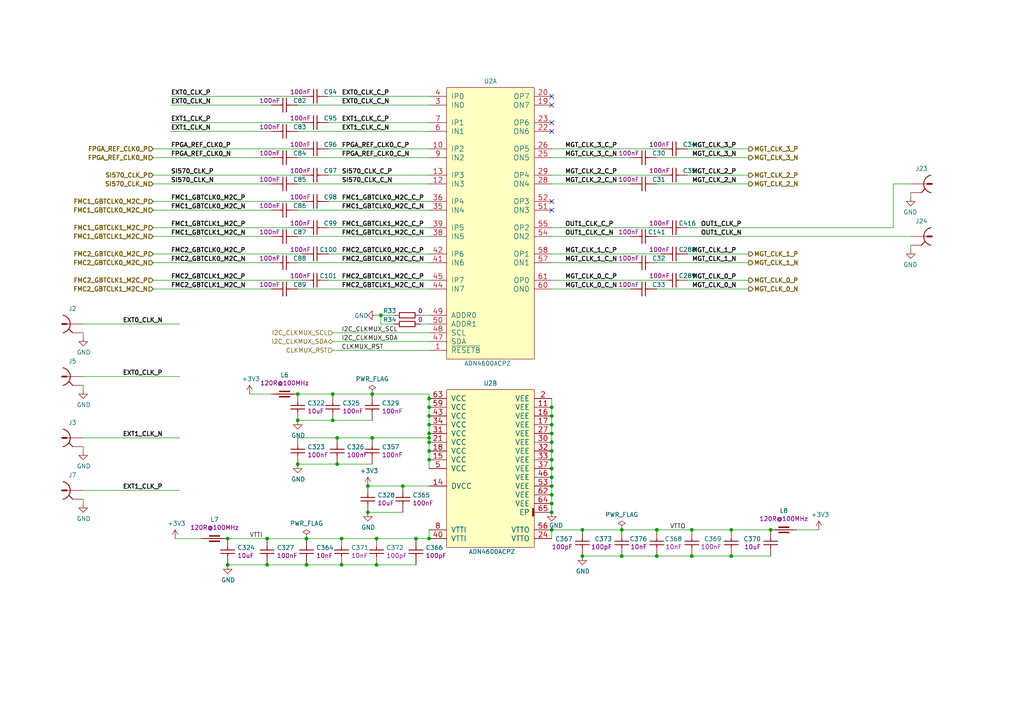
<source format=kicad_sch>
(kicad_sch (version 20211123) (generator eeschema)
  (paper "A4")
  (title_block (title "Marble") (date "2022-08-24") (rev "v1.3") (company "Michał Gąska / WUT"))
  (junction (at 200.66 153.67))
  (junction (at 223.52 153.67))
  (junction (at 96.52 114.3))
  (junction (at 160.02 133.35))
  (junction (at 86.36 114.3))
  (junction (at 160.02 135.89))
  (junction (at 190.5 153.67))
  (junction (at 99.06 163.83))
  (junction (at 124.46 133.35))
  (junction (at 160.02 123.19))
  (junction (at 124.46 128.27))
  (junction (at 66.04 156.21))
  (junction (at 124.46 130.81))
  (junction (at 86.36 121.92))
  (junction (at 190.5 161.29))
  (junction (at 212.09 153.67))
  (junction (at 86.36 134.62))
  (junction (at 124.46 115.57))
  (junction (at 160.02 146.05))
  (junction (at 200.66 161.29))
  (junction (at 107.95 114.3))
  (junction (at 160.02 125.73))
  (junction (at 124.46 156.21))
  (junction (at 160.02 128.27))
  (junction (at 168.91 153.67))
  (junction (at 97.79 127))
  (junction (at 107.95 127))
  (junction (at 160.02 153.67))
  (junction (at 160.02 120.65))
  (junction (at 124.46 120.65))
  (junction (at 160.02 118.11))
  (junction (at 160.02 140.97))
  (junction (at 97.79 134.62))
  (junction (at 99.06 156.21))
  (junction (at 106.68 148.59))
  (junction (at 160.02 143.51))
  (junction (at 180.34 161.29))
  (junction (at 88.9 163.83))
  (junction (at 109.22 163.83))
  (junction (at 116.84 140.97))
  (junction (at 212.09 161.29))
  (junction (at 160.02 138.43))
  (junction (at 160.02 148.59))
  (junction (at 180.34 153.67))
  (junction (at 77.47 156.21))
  (junction (at 124.46 127))
  (junction (at 124.46 125.73))
  (junction (at 106.68 140.97))
  (junction (at 124.46 118.11))
  (junction (at 66.04 163.83))
  (junction (at 168.91 161.29))
  (junction (at 77.47 163.83))
  (junction (at 96.52 121.92))
  (junction (at 124.46 123.19))
  (junction (at 160.02 130.81))
  (junction (at 120.65 156.21))
  (junction (at 110.49 91.44))
  (junction (at 88.9 156.21))
  (junction (at 109.22 156.21))
  (no_connect (at 160.02 38.1))
  (no_connect (at 160.02 58.42))
  (no_connect (at 160.02 30.48))
  (no_connect (at 160.02 35.56))
  (no_connect (at 160.02 27.94))
  (no_connect (at 160.02 60.96))
  (wire (pts (xy 44.45 43.18) (xy 87.63 43.18)))
  (wire (pts (xy 168.91 153.67) (xy 180.34 153.67)))
  (wire (pts (xy 124.46 115.57) (xy 124.46 118.11)))
  (wire (pts (xy 190.5 83.82) (xy 217.17 83.82)))
  (wire (pts (xy 160.02 115.57) (xy 160.02 118.11)))
  (wire (pts (xy 259.08 53.34) (xy 264.16 53.34)))
  (wire (pts (xy 160.02 130.81) (xy 160.02 133.35)))
  (wire (pts (xy 86.36 83.82) (xy 124.46 83.82)))
  (wire (pts (xy 52.07 109.22) (xy 24.13 109.22)))
  (wire (pts (xy 199.39 66.04) (xy 259.08 66.04)))
  (wire (pts (xy 52.07 93.98) (xy 24.13 93.98)))
  (wire (pts (xy 106.68 148.59) (xy 116.84 148.59)))
  (wire (pts (xy 160.02 128.27) (xy 160.02 130.81)))
  (wire (pts (xy 190.5 153.67) (xy 200.66 153.67)))
  (wire (pts (xy 109.22 156.21) (xy 120.65 156.21)))
  (wire (pts (xy 86.36 30.48) (xy 124.46 30.48)))
  (wire (pts (xy 124.46 133.35) (xy 124.46 135.89)))
  (wire (pts (xy 44.45 58.42) (xy 87.63 58.42)))
  (wire (pts (xy 223.52 153.67) (xy 212.09 153.67)))
  (wire (pts (xy 124.46 114.3) (xy 124.46 115.57)))
  (wire (pts (xy 86.36 53.34) (xy 124.46 53.34)))
  (wire (pts (xy 88.9 156.21) (xy 99.06 156.21)))
  (wire (pts (xy 116.84 140.97) (xy 124.46 140.97)))
  (wire (pts (xy 95.25 43.18) (xy 124.46 43.18)))
  (wire (pts (xy 95.25 35.56) (xy 124.46 35.56)))
  (wire (pts (xy 237.49 153.67) (xy 231.14 153.67)))
  (wire (pts (xy 44.45 66.04) (xy 87.63 66.04)))
  (wire (pts (xy 160.02 73.66) (xy 191.77 73.66)))
  (wire (pts (xy 212.09 161.29) (xy 200.66 161.29)))
  (wire (pts (xy 180.34 161.29) (xy 190.5 161.29)))
  (wire (pts (xy 106.68 140.97) (xy 116.84 140.97)))
  (wire (pts (xy 96.52 121.92) (xy 107.95 121.92)))
  (wire (pts (xy 96.52 96.52) (xy 124.46 96.52)))
  (wire (pts (xy 160.02 53.34) (xy 182.88 53.34)))
  (wire (pts (xy 86.36 45.72) (xy 124.46 45.72)))
  (wire (pts (xy 44.45 53.34) (xy 78.74 53.34)))
  (wire (pts (xy 24.13 144.78) (xy 24.13 146.05)))
  (wire (pts (xy 50.8 156.21) (xy 58.42 156.21)))
  (wire (pts (xy 223.52 161.29) (xy 212.09 161.29)))
  (wire (pts (xy 160.02 135.89) (xy 160.02 138.43)))
  (wire (pts (xy 212.09 153.67) (xy 200.66 153.67)))
  (wire (pts (xy 168.91 161.29) (xy 180.34 161.29)))
  (wire (pts (xy 88.9 163.83) (xy 77.47 163.83)))
  (wire (pts (xy 95.25 27.94) (xy 124.46 27.94)))
  (wire (pts (xy 124.46 128.27) (xy 124.46 130.81)))
  (wire (pts (xy 44.45 83.82) (xy 78.74 83.82)))
  (wire (pts (xy 49.53 38.1) (xy 78.74 38.1)))
  (wire (pts (xy 77.47 163.83) (xy 66.04 163.83)))
  (wire (pts (xy 160.02 153.67) (xy 168.91 153.67)))
  (wire (pts (xy 124.46 120.65) (xy 124.46 123.19)))
  (wire (pts (xy 66.04 156.21) (xy 77.47 156.21)))
  (wire (pts (xy 160.02 66.04) (xy 191.77 66.04)))
  (wire (pts (xy 199.39 50.8) (xy 217.17 50.8)))
  (wire (pts (xy 124.46 130.81) (xy 124.46 133.35)))
  (wire (pts (xy 190.5 53.34) (xy 217.17 53.34)))
  (wire (pts (xy 44.45 50.8) (xy 87.63 50.8)))
  (wire (pts (xy 110.49 93.98) (xy 110.49 91.44)))
  (wire (pts (xy 190.5 68.58) (xy 264.16 68.58)))
  (wire (pts (xy 97.79 134.62) (xy 107.95 134.62)))
  (wire (pts (xy 44.45 45.72) (xy 78.74 45.72)))
  (wire (pts (xy 99.06 163.83) (xy 88.9 163.83)))
  (wire (pts (xy 95.25 73.66) (xy 124.46 73.66)))
  (wire (pts (xy 160.02 146.05) (xy 160.02 148.59)))
  (wire (pts (xy 160.02 138.43) (xy 160.02 140.97)))
  (wire (pts (xy 160.02 43.18) (xy 191.77 43.18)))
  (wire (pts (xy 160.02 83.82) (xy 182.88 83.82)))
  (wire (pts (xy 200.66 161.29) (xy 190.5 161.29)))
  (wire (pts (xy 86.36 76.2) (xy 124.46 76.2)))
  (wire (pts (xy 44.45 76.2) (xy 78.74 76.2)))
  (wire (pts (xy 95.25 81.28) (xy 124.46 81.28)))
  (wire (pts (xy 24.13 129.54) (xy 24.13 130.81)))
  (wire (pts (xy 49.53 30.48) (xy 78.74 30.48)))
  (wire (pts (xy 97.79 127) (xy 107.95 127)))
  (wire (pts (xy 86.36 60.96) (xy 124.46 60.96)))
  (wire (pts (xy 107.95 114.3) (xy 124.46 114.3)))
  (wire (pts (xy 86.36 38.1) (xy 124.46 38.1)))
  (wire (pts (xy 160.02 123.19) (xy 160.02 125.73)))
  (wire (pts (xy 190.5 76.2) (xy 217.17 76.2)))
  (wire (pts (xy 99.06 156.21) (xy 109.22 156.21)))
  (wire (pts (xy 160.02 125.73) (xy 160.02 128.27)))
  (wire (pts (xy 95.25 66.04) (xy 124.46 66.04)))
  (wire (pts (xy 44.45 68.58) (xy 78.74 68.58)))
  (wire (pts (xy 160.02 120.65) (xy 160.02 123.19)))
  (wire (pts (xy 96.52 101.6) (xy 124.46 101.6)))
  (wire (pts (xy 86.36 114.3) (xy 96.52 114.3)))
  (wire (pts (xy 160.02 76.2) (xy 182.88 76.2)))
  (wire (pts (xy 95.25 58.42) (xy 124.46 58.42)))
  (wire (pts (xy 160.02 153.67) (xy 160.02 156.21)))
  (wire (pts (xy 52.07 127) (xy 24.13 127)))
  (wire (pts (xy 199.39 73.66) (xy 217.17 73.66)))
  (wire (pts (xy 109.22 163.83) (xy 99.06 163.83)))
  (wire (pts (xy 86.36 121.92) (xy 96.52 121.92)))
  (wire (pts (xy 44.45 81.28) (xy 87.63 81.28)))
  (wire (pts (xy 96.52 99.06) (xy 124.46 99.06)))
  (wire (pts (xy 199.39 43.18) (xy 217.17 43.18)))
  (wire (pts (xy 124.46 125.73) (xy 124.46 127)))
  (wire (pts (xy 180.34 153.67) (xy 190.5 153.67)))
  (wire (pts (xy 160.02 68.58) (xy 182.88 68.58)))
  (wire (pts (xy 121.92 91.44) (xy 124.46 91.44)))
  (wire (pts (xy 49.53 27.94) (xy 87.63 27.94)))
  (wire (pts (xy 86.36 134.62) (xy 97.79 134.62)))
  (wire (pts (xy 124.46 123.19) (xy 124.46 125.73)))
  (wire (pts (xy 96.52 114.3) (xy 107.95 114.3)))
  (wire (pts (xy 72.39 114.3) (xy 78.74 114.3)))
  (wire (pts (xy 49.53 35.56) (xy 87.63 35.56)))
  (wire (pts (xy 160.02 45.72) (xy 182.88 45.72)))
  (wire (pts (xy 264.16 55.88) (xy 264.16 57.15)))
  (wire (pts (xy 24.13 111.76) (xy 24.13 113.03)))
  (wire (pts (xy 44.45 60.96) (xy 78.74 60.96)))
  (wire (pts (xy 160.02 118.11) (xy 160.02 120.65)))
  (wire (pts (xy 259.08 66.04) (xy 259.08 53.34)))
  (wire (pts (xy 190.5 45.72) (xy 217.17 45.72)))
  (wire (pts (xy 124.46 118.11) (xy 124.46 120.65)))
  (wire (pts (xy 24.13 96.52) (xy 24.13 97.79)))
  (wire (pts (xy 160.02 133.35) (xy 160.02 135.89)))
  (wire (pts (xy 124.46 153.67) (xy 124.46 156.21)))
  (wire (pts (xy 44.45 73.66) (xy 87.63 73.66)))
  (wire (pts (xy 114.3 91.44) (xy 110.49 91.44)))
  (wire (pts (xy 160.02 143.51) (xy 160.02 146.05)))
  (wire (pts (xy 199.39 81.28) (xy 217.17 81.28)))
  (wire (pts (xy 120.65 163.83) (xy 109.22 163.83)))
  (wire (pts (xy 121.92 93.98) (xy 124.46 93.98)))
  (wire (pts (xy 77.47 156.21) (xy 88.9 156.21)))
  (wire (pts (xy 124.46 127) (xy 124.46 128.27)))
  (wire (pts (xy 160.02 140.97) (xy 160.02 143.51)))
  (wire (pts (xy 95.25 50.8) (xy 124.46 50.8)))
  (wire (pts (xy 160.02 50.8) (xy 191.77 50.8)))
  (wire (pts (xy 86.36 127) (xy 97.79 127)))
  (wire (pts (xy 107.95 127) (xy 124.46 127)))
  (wire (pts (xy 86.36 68.58) (xy 124.46 68.58)))
  (wire (pts (xy 110.49 91.44) (xy 109.22 91.44)))
  (wire (pts (xy 120.65 156.21) (xy 124.46 156.21)))
  (wire (pts (xy 52.07 142.24) (xy 24.13 142.24)))
  (wire (pts (xy 160.02 81.28) (xy 191.77 81.28)))
  (wire (pts (xy 264.16 71.12) (xy 264.16 72.39)))
  (wire (pts (xy 114.3 93.98) (xy 110.49 93.98)))
  (label "SI570_CLK_C_P" (at 99.06 50.8 0) (effects (font (thickness 0.254) bold)))
  (label "MGT_CLK_1_N" (at 200.66 76.2 0) (effects (font (thickness 0.254) bold)))
  (label "I2C_CLKMUX_SDA" (at 99.06 99.06 0))
  (label "EXT1_CLK_P" (at 35.56 142.24 0) (effects (font (thickness 0.254) bold)))
  (label "MGT_CLK_0_P" (at 200.66 81.28 0) (effects (font (thickness 0.254) bold)))
  (label "SI570_CLK_C_N" (at 99.06 53.34 0) (effects (font (thickness 0.254) bold)))
  (label "MGT_CLK_2_C_P" (at 163.83 50.8 0) (effects (font (thickness 0.254) bold)))
  (label "FMC2_GBTCLK1_M2C_C_P" (at 99.06 81.28 0) (effects (font (thickness 0.254) bold)))
  (label "FPGA_REF_CLK0_P" (at 49.53 43.18 0) (effects (font (thickness 0.254) bold)))
  (label "EXT1_CLK_P" (at 49.53 35.56 0) (effects (font (thickness 0.254) bold)))
  (label "EXT0_CLK_C_N" (at 99.06 30.48 0) (effects (font (thickness 0.254) bold)))
  (label "MGT_CLK_1_C_N" (at 163.83 76.2 0) (effects (font (thickness 0.254) bold)))
  (label "FMC1_GBTCLK0_M2C_P" (at 49.53 58.42 0) (effects (font (thickness 0.254) bold)))
  (label "EXT1_CLK_N" (at 35.56 127 0) (effects (font (thickness 0.254) bold)))
  (label "VTTO" (at 194.31 153.67 0))
  (label "FMC1_GBTCLK1_M2C_C_P" (at 99.06 66.04 0) (effects (font (thickness 0.254) bold)))
  (label "SI570_CLK_P" (at 49.53 50.8 0) (effects (font (thickness 0.254) bold)))
  (label "FMC2_GBTCLK0_M2C_C_P" (at 99.06 73.66 0) (effects (font (thickness 0.254) bold)))
  (label "FMC1_GBTCLK1_M2C_N" (at 49.53 68.58 0) (effects (font (thickness 0.254) bold)))
  (label "EXT0_CLK_P" (at 35.56 109.22 0) (effects (font (thickness 0.254) bold)))
  (label "EXT0_CLK_N" (at 35.56 93.98 0) (effects (font (thickness 0.254) bold)))
  (label "FPGA_REF_CLK0_C_N" (at 99.06 45.72 0) (effects (font (thickness 0.254) bold)))
  (label "MGT_CLK_3_P" (at 200.66 43.18 0) (effects (font (thickness 0.254) bold)))
  (label "EXT1_CLK_C_P" (at 99.06 35.56 0) (effects (font (thickness 0.254) bold)))
  (label "MGT_CLK_1_C_P" (at 163.83 73.66 0) (effects (font (thickness 0.254) bold)))
  (label "MGT_CLK_0_C_N" (at 163.83 83.82 0) (effects (font (thickness 0.254) bold)))
  (label "OUT1_CLK_N" (at 203.2 68.58 0) (effects (font (thickness 0.254) bold)))
  (label "FMC2_GBTCLK0_M2C_P" (at 49.53 73.66 0) (effects (font (thickness 0.254) bold)))
  (label "I2C_CLKMUX_SCL" (at 99.06 96.52 0))
  (label "EXT0_CLK_C_P" (at 99.06 27.94 0) (effects (font (thickness 0.254) bold)))
  (label "FMC2_GBTCLK1_M2C_N" (at 49.53 83.82 0) (effects (font (thickness 0.254) bold)))
  (label "FPGA_REF_CLK0_C_P" (at 99.06 43.18 0) (effects (font (thickness 0.254) bold)))
  (label "MGT_CLK_2_N" (at 200.66 53.34 0) (effects (font (thickness 0.254) bold)))
  (label "MGT_CLK_2_C_N" (at 163.83 53.34 0) (effects (font (thickness 0.254) bold)))
  (label "OUT1_CLK_C_P" (at 163.83 66.04 0) (effects (font (thickness 0.254) bold)))
  (label "OUT1_CLK_C_N" (at 163.83 68.58 0) (effects (font (thickness 0.254) bold)))
  (label "FMC1_GBTCLK1_M2C_P" (at 49.53 66.04 0) (effects (font (thickness 0.254) bold)))
  (label "SI570_CLK_N" (at 49.53 53.34 0) (effects (font (thickness 0.254) bold)))
  (label "EXT0_CLK_P" (at 49.53 27.94 0) (effects (font (thickness 0.254) bold)))
  (label "MGT_CLK_3_N" (at 200.66 45.72 0) (effects (font (thickness 0.254) bold)))
  (label "MGT_CLK_0_N" (at 200.66 83.82 0) (effects (font (thickness 0.254) bold)))
  (label "FPGA_REF_CLK0_N" (at 49.53 45.72 0) (effects (font (thickness 0.254) bold)))
  (label "MGT_CLK_3_C_P" (at 163.83 43.18 0) (effects (font (thickness 0.254) bold)))
  (label "EXT0_CLK_N" (at 49.53 30.48 0) (effects (font (thickness 0.254) bold)))
  (label "EXT1_CLK_N" (at 49.53 38.1 0) (effects (font (thickness 0.254) bold)))
  (label "MGT_CLK_0_C_P" (at 163.83 81.28 0) (effects (font (thickness 0.254) bold)))
  (label "FMC2_GBTCLK0_M2C_N" (at 49.53 76.2 0) (effects (font (thickness 0.254) bold)))
  (label "EXT1_CLK_C_N" (at 99.06 38.1 0) (effects (font (thickness 0.254) bold)))
  (label "FMC1_GBTCLK0_M2C_C_N" (at 99.06 60.96 0) (effects (font (thickness 0.254) bold)))
  (label "VTTI" (at 72.39 156.21 0))
  (label "FMC2_GBTCLK1_M2C_C_N" (at 99.06 83.82 0) (effects (font (thickness 0.254) bold)))
  (label "FMC1_GBTCLK0_M2C_C_P" (at 99.06 58.42 0) (effects (font (thickness 0.254) bold)))
  (label "MGT_CLK_1_P" (at 200.66 73.66 0) (effects (font (thickness 0.254) bold)))
  (label "FMC1_GBTCLK1_M2C_C_N" (at 99.06 68.58 0) (effects (font (thickness 0.254) bold)))
  (label "FMC2_GBTCLK0_M2C_C_N" (at 99.06 76.2 0) (effects (font (thickness 0.254) bold)))
  (label "CLKMUX_RST" (at 99.06 101.6 0))
  (label "OUT1_CLK_P" (at 203.2 66.04 0) (effects (font (thickness 0.254) bold)))
  (label "FMC1_GBTCLK0_M2C_N" (at 49.53 60.96 0) (effects (font (thickness 0.254) bold)))
  (label "MGT_CLK_2_P" (at 200.66 50.8 0) (effects (font (thickness 0.254) bold)))
  (label "MGT_CLK_3_C_N" (at 163.83 45.72 0) (effects (font (thickness 0.254) bold)))
  (label "FMC2_GBTCLK1_M2C_P" (at 49.53 81.28 0) (effects (font (thickness 0.254) bold)))
  (hierarchical_label "CLKMUX_RST" (shape input) (at 96.52 101.6 180))
  (hierarchical_label "MGT_CLK_2_P" (shape output) (at 217.17 50.8 0) (effects (font (thickness 0.254) bold)))
  (hierarchical_label "I2C_CLKMUX_SDA" (shape bidirectional) (at 96.52 99.06 180))
  (hierarchical_label "I2C_CLKMUX_SCL" (shape input) (at 96.52 96.52 180))
  (hierarchical_label "FPGA_REF_CLK0_P" (shape input) (at 44.45 43.18 180) (effects (font (thickness 0.254) bold)))
  (hierarchical_label "MGT_CLK_3_N" (shape output) (at 217.17 45.72 0) (effects (font (thickness 0.254) bold)))
  (hierarchical_label "SI570_CLK_P" (shape input) (at 44.45 50.8 180) (effects (font (thickness 0.254) bold)))
  (hierarchical_label "FMC2_GBTCLK1_M2C_N" (shape input) (at 44.45 83.82 180) (effects (font (thickness 0.254) bold)))
  (hierarchical_label "MGT_CLK_3_P" (shape output) (at 217.17 43.18 0) (effects (font (thickness 0.254) bold)))
  (hierarchical_label "FMC1_GBTCLK0_M2C_P" (shape input) (at 44.45 58.42 180) (effects (font (thickness 0.254) bold)))
  (hierarchical_label "MGT_CLK_1_P" (shape output) (at 217.17 73.66 0) (effects (font (thickness 0.254) bold)))
  (hierarchical_label "MGT_CLK_1_N" (shape output) (at 217.17 76.2 0) (effects (font (thickness 0.254) bold)))
  (hierarchical_label "FMC1_GBTCLK1_M2C_P" (shape input) (at 44.45 66.04 180) (effects (font (thickness 0.254) bold)))
  (hierarchical_label "FMC1_GBTCLK1_M2C_N" (shape input) (at 44.45 68.58 180) (effects (font (thickness 0.254) bold)))
  (hierarchical_label "FMC1_GBTCLK0_M2C_N" (shape input) (at 44.45 60.96 180) (effects (font (thickness 0.254) bold)))
  (hierarchical_label "FMC2_GBTCLK0_M2C_P" (shape input) (at 44.45 73.66 180) (effects (font (thickness 0.254) bold)))
  (hierarchical_label "FMC2_GBTCLK1_M2C_P" (shape input) (at 44.45 81.28 180) (effects (font (thickness 0.254) bold)))
  (hierarchical_label "MGT_CLK_0_P" (shape output) (at 217.17 81.28 0) (effects (font (thickness 0.254) bold)))
  (hierarchical_label "MGT_CLK_0_N" (shape output) (at 217.17 83.82 0) (effects (font (thickness 0.254) bold)))
  (hierarchical_label "FPGA_REF_CLK0_N" (shape input) (at 44.45 45.72 180) (effects (font (thickness 0.254) bold)))
  (hierarchical_label "SI570_CLK_N" (shape input) (at 44.45 53.34 180) (effects (font (thickness 0.254) bold)))
  (hierarchical_label "FMC2_GBTCLK0_M2C_N" (shape input) (at 44.45 76.2 180) (effects (font (thickness 0.254) bold)))
  (hierarchical_label "MGT_CLK_2_N" (shape output) (at 217.17 53.34 0) (effects (font (thickness 0.254) bold)))
  (symbol (lib_id "Analog_&_Interface:ADN4600ACPZ") (at 129.54 25.4 0) (unit 1)
    (property "Reference" "U2" (at 142.24 23.5458 0))
    (property "Value" "ADN4600ACPZ" (at 134.62 105.41 0) (effects (justify left)))
    (property "Footprint" "ICs And Semiconductors SMD:QFN50P900X900X100-65N-S615" (effects hide))
    (property "Datasheet" " " (effects hide))
    (property "Part Number" "ADN4600ACPZ" (effects hide))
    (property "Library Ref" "ADN4600" (effects hide))
    (property "Library Path" "SchLib\\Analog & Interface.SchLib" (effects hide))
    (property "Comment" "ADN4600ACPZ" (effects hide))
    (property "Component Kind" "Standard" (effects hide))
    (property "Component Type" "Standard" (effects hide))
    (property "Device" "ADN4600ACPZ" (effects hide))
    (property "PackageDescription" "QFN, 0.50mm Pitch, Square; 64 Pin, 9.00mm L X 9.00mm W X 1.00mm H body (6.15mm X 6.15mm Thermal Tab), IPC Medium Density" (effects hide))
    (property "Status" " " (effects hide))
    (property "Part Description" "4.25Gbps, 8 x 8, Asynchronous Crosspoint Switch" (effects hide))
    (property "Manufacturer" "ANALOG DEVICES" (effects hide))
    (property "Manufacturer Part Number" "ADN4600ACPZ" (effects hide))
    (property "Pin Count" "65" (effects hide))
    (property "Case" "QFN64" (effects hide))
    (property "Mounted" "Yes" (effects hide))
    (property "Socket" "No" (effects hide))
    (property "SMD" "Yes" (effects hide))
    (property "PressFit" "No" (effects hide))
    (property "Sense" "No" (effects hide))
    (property "Sense Comment" " " (effects hide))
    (property "Status Comment" " " (effects hide))
    (property "ComponentHeight" "1mm" (effects hide))
    (property "Footprint Path" "PcbLib\\ICs And Semiconductors SMD.PcbLib" (effects hide))
    (property "Footprint Ref" "QFN50P900X900X100-65N-S615" (effects hide))
    (property "ComponentLink2Description" " " (effects hide))
    (property "ComponentLink1Description" " " (effects hide))
    (property "CreateDate" "01/17/11 00:00:00" (effects hide))
    (property "LatestRevisionDate" "01/17/11 00:00:00" (effects hide))
    (property "Library Name" "ICs And Semiconductors.DbLib" (effects hide))
    (property "License" "This work is licensed under the Creative Commons CC-BY-SA 4.0 License. To the extent that circuit schematics that use Licensed Material can be considered to be ‘Adapted Material’, then the copyright holder waives article 3.b of the license with respect to these schematics." (effects hide))
  )
  (symbol (lib_id "Analog_&_Interface:ADN4600ACPZ") (at 129.54 113.03 0) (unit 2)
    (property "Reference" "U2" (at 142.24 111.1758 0))
    (property "Value" "ADN4600ACPZ" (at 135.89 160.02 0) (effects (justify left)))
    (property "Footprint" "ICs And Semiconductors SMD:QFN50P900X900X100-65N-S615" (effects hide))
    (property "Datasheet" " " (effects hide))
    (property "Part Number" "ADN4600ACPZ" (effects hide))
    (property "Library Ref" "ADN4600" (effects hide))
    (property "Library Path" "SchLib\\Analog & Interface.SchLib" (effects hide))
    (property "Comment" "ADN4600ACPZ" (effects hide))
    (property "Component Kind" "Standard" (effects hide))
    (property "Component Type" "Standard" (effects hide))
    (property "Device" "ADN4600ACPZ" (effects hide))
    (property "PackageDescription" "QFN, 0.50mm Pitch, Square; 64 Pin, 9.00mm L X 9.00mm W X 1.00mm H body (6.15mm X 6.15mm Thermal Tab), IPC Medium Density" (effects hide))
    (property "Status" " " (effects hide))
    (property "Part Description" "4.25Gbps, 8 x 8, Asynchronous Crosspoint Switch" (effects hide))
    (property "Manufacturer" "ANALOG DEVICES" (effects hide))
    (property "Manufacturer Part Number" "ADN4600ACPZ" (effects hide))
    (property "Pin Count" "65" (effects hide))
    (property "Case" "QFN64" (effects hide))
    (property "Mounted" "Yes" (effects hide))
    (property "Socket" "No" (effects hide))
    (property "SMD" "Yes" (effects hide))
    (property "PressFit" "No" (effects hide))
    (property "Sense" "No" (effects hide))
    (property "Sense Comment" " " (effects hide))
    (property "Status Comment" " " (effects hide))
    (property "ComponentHeight" "1mm" (effects hide))
    (property "Footprint Path" "PcbLib\\ICs And Semiconductors SMD.PcbLib" (effects hide))
    (property "Footprint Ref" "QFN50P900X900X100-65N-S615" (effects hide))
    (property "ComponentLink2Description" " " (effects hide))
    (property "ComponentLink1Description" " " (effects hide))
    (property "CreateDate" "01/17/11 00:00:00" (effects hide))
    (property "LatestRevisionDate" "01/17/11 00:00:00" (effects hide))
    (property "Library Name" "ICs And Semiconductors.DbLib" (effects hide))
    (property "License" "This work is licensed under the Creative Commons CC-BY-SA 4.0 License. To the extent that circuit schematics that use Licensed Material can be considered to be ‘Adapted Material’, then the copyright holder waives article 3.b of the license with respect to these schematics." (effects hide))
  )
  (symbol (lib_id "power:GND") (at 24.13 97.79 0) (unit 1)
    (property "Reference" "#PWR0145" (effects hide))
    (property "Value" "GND" (at 24.257 102.1842 0))
  )
  (symbol (lib_id "power:GND") (at 24.13 113.03 0) (unit 1)
    (property "Reference" "#PWR0146" (effects hide))
    (property "Value" "GND" (at 24.257 117.4242 0))
  )
  (symbol (lib_name "HIROSE_U.FL-R-SMT-1(10)_1") (lib_id "Miscellaneous:HIROSE_U.FL-R-SMT-1(10)") (at 24.13 109.22 0) (unit 1)
    (property "Reference" "J5" (at 21.0058 104.775 0))
    (property "Value" "HIROSE_U.FL-R-SMT-1(10)" (effects hide))
    (property "Footprint" "Connector_Coaxial:U.FL_Hirose_U.FL-R-SMT-1_Vertical" (effects hide))
    (property "~" "=Family" (effects hide))
    (property "Part Number" "HIROSE_U.FL-R-SMT-1(10)" (effects hide))
    (property "Library Ref" "Coax_1Male_1Shield" (effects hide))
    (property "Library Path" "SchLib\\Connectors.SchLib" (effects hide))
    (property "Comment" "=Family" (effects hide))
    (property "Component Kind" "Standard" (effects hide))
    (property "Component Type" "Standard" (effects hide))
    (property "Device" " " (effects hide))
    (property "PackageDescription" " " (effects hide))
    (property "Pin Count" "2" (effects hide))
    (property "Case" " " (effects hide))
    (property "Footprint Path" "PcbLib\\Miscellaneous SMD.PcbLib" (effects hide))
    (property "Footprint Ref" "HIROSE_U.FL-R-SMT-1(10)" (effects hide))
    (property "Family" "U.FL" (effects hide))
    (property "Mounted" "Yes" (effects hide))
    (property "Socket" "No" (effects hide))
    (property "PressFit" "No" (effects hide))
    (property "SMD" "Yes" (effects hide))
    (property "Sense" "No" (effects hide))
    (property "Sense Comment" " " (effects hide))
    (property "Status Comment" " " (effects hide))
    (property "Status" "None" (effects hide))
    (property "Part Description" "Up to 6GHz Ultra Small Surface Mount Male Coaxial Connectors U.FL Series" (effects hide))
    (property "Manufacturer" "HIROSE (HRS)" (effects hide))
    (property "Manufacturer Part Number" "U.FL-R-SMT-1(10)" (effects hide))
    (property "ComponentHeight" "1.25mm" (effects hide))
    (property "ComponentLink1Description" " " (effects hide))
    (property "ComponentLink2Description" " " (effects hide))
    (property "CreateDate" "03/24/10 00:00:00" (effects hide))
    (property "LatestRevisionDate" "03/24/10 00:00:00" (effects hide))
    (property "Library Name" "Miscellaneous SMD" (effects hide))
    (property "License" "This work is licensed under the Creative Commons CC-BY-SA 4.0 License. To the extent that circuit schematics that use Licensed Material can be considered to be ‘Adapted Material’, then the copyright holder waives article 3.b of the license with respect to these schematics." (effects hide))
  )
  (symbol (lib_name "HIROSE_U.FL-R-SMT-1(10)_2") (lib_id "Miscellaneous:HIROSE_U.FL-R-SMT-1(10)") (at 24.13 93.98 0) (unit 1)
    (property "Reference" "J2" (at 21.0058 89.535 0))
    (property "Value" "HIROSE_U.FL-R-SMT-1(10)" (effects hide))
    (property "Footprint" "Connector_Coaxial:U.FL_Hirose_U.FL-R-SMT-1_Vertical" (effects hide))
    (property "~" "=Family" (effects hide))
    (property "Part Number" "HIROSE_U.FL-R-SMT-1(10)" (effects hide))
    (property "Library Ref" "Coax_1Male_1Shield" (effects hide))
    (property "Library Path" "SchLib\\Connectors.SchLib" (effects hide))
    (property "Comment" "=Family" (effects hide))
    (property "Component Kind" "Standard" (effects hide))
    (property "Component Type" "Standard" (effects hide))
    (property "Device" " " (effects hide))
    (property "PackageDescription" " " (effects hide))
    (property "Pin Count" "2" (effects hide))
    (property "Case" " " (effects hide))
    (property "Footprint Path" "PcbLib\\Miscellaneous SMD.PcbLib" (effects hide))
    (property "Footprint Ref" "HIROSE_U.FL-R-SMT-1(10)" (effects hide))
    (property "Family" "U.FL" (effects hide))
    (property "Mounted" "Yes" (effects hide))
    (property "Socket" "No" (effects hide))
    (property "PressFit" "No" (effects hide))
    (property "SMD" "Yes" (effects hide))
    (property "Sense" "No" (effects hide))
    (property "Sense Comment" " " (effects hide))
    (property "Status Comment" " " (effects hide))
    (property "Status" "None" (effects hide))
    (property "Part Description" "Up to 6GHz Ultra Small Surface Mount Male Coaxial Connectors U.FL Series" (effects hide))
    (property "Manufacturer" "HIROSE (HRS)" (effects hide))
    (property "Manufacturer Part Number" "U.FL-R-SMT-1(10)" (effects hide))
    (property "ComponentHeight" "1.25mm" (effects hide))
    (property "ComponentLink1Description" " " (effects hide))
    (property "ComponentLink2Description" " " (effects hide))
    (property "CreateDate" "03/24/10 00:00:00" (effects hide))
    (property "LatestRevisionDate" "03/24/10 00:00:00" (effects hide))
    (property "Library Name" "Miscellaneous SMD" (effects hide))
    (property "License" "This work is licensed under the Creative Commons CC-BY-SA 4.0 License. To the extent that circuit schematics that use Licensed Material can be considered to be ‘Adapted Material’, then the copyright holder waives article 3.b of the license with respect to these schematics." (effects hide))
  )
  (symbol (lib_id "Capacitors_SMD:CC0201_100NF_6.3V_10%_X5R") (at 95.25 27.94 180) (unit 1)
    (property "Reference" "C94" (at 97.79 26.67 0) (effects (justify left)))
    (property "Value" "CC0201_100NF_6.3V_10%_X5R" (effects hide))
    (property "Footprint" "CAPC0603X33N" (effects hide))
    (property "Datasheet" "\\\\cern.ch\\dfs\\Applications\\Altium\\Datasheets\\CC0201_X5R_AVX.pdf" (effects hide))
    (property "~" "100nF" (at 90.17 26.67 0) (effects (justify left)))
    (property "Part Number" "CC0201_100NF_6.3V_10%_X5R" (effects hide))
    (property "Library Ref" "Capacitor - non polarized" (effects hide))
    (property "Library Path" "SchLib\\Capacitors.SchLib" (effects hide))
    (property "Comment" "=Value" (effects hide))
    (property "Component Kind" "Standard" (effects hide))
    (property "Component Type" "Standard" (effects hide))
    (property "Pin Count" "2" (effects hide))
    (property "Footprint Path" "PcbLib\\Capacitors SMD.PcbLib" (effects hide))
    (property "Footprint Ref" "CAPC0603X33N" (effects hide))
    (property "PackageDescription" " " (effects hide))
    (property "Val" "100nF" (effects hide))
    (property "Status" "Not Recommended" (effects hide))
    (property "Status Comment" " " (effects hide))
    (property "Voltage" "6.3V" (effects hide))
    (property "TC" "X5R" (effects hide))
    (property "Tolerance" "±10%" (effects hide))
    (property "Part Description" "SMD Multilayer Chip Ceramic Capacitor" (effects hide))
    (property "Manufacturer" "GENERIC" (effects hide))
    (property "Manufacturer Part Number" "CC0201_100NF_6.3V_10%_X5R" (effects hide))
    (property "Case" "0201" (effects hide))
    (property "Mounted" "Yes" (effects hide))
    (property "Socket" "No" (effects hide))
    (property "SMD" "Yes" (effects hide))
    (property "PressFit" " " (effects hide))
    (property "Sense" "No" (effects hide))
    (property "Sense Comment" " " (effects hide))
    (property "ComponentHeight" " " (effects hide))
    (property "Manufacturer1 Example" "AVX" (effects hide))
    (property "Manufacturer1 Part Number" "02016D104KAT2A" (effects hide))
    (property "Manufacturer1 ComponentHeight" "0.33mm" (effects hide))
    (property "CreateDate" "12/03/07 00:00:00" (effects hide))
    (property "LatestRevisionDate" "12/03/07 00:00:00" (effects hide))
    (property "Library Name" "Capacitors SMD" (effects hide))
    (property "License" "This work is licensed under the Creative Commons CC-BY-SA 4.0 License. To the extent that circuit schematics that use Licensed Material can be considered to be ‘Adapted Material’, then the copyright holder waives article 3.b of the license with respect to these schematics." (effects hide))
  )
  (symbol (lib_id "Capacitors_SMD:CC0201_100NF_6.3V_10%_X5R") (at 86.36 30.48 180) (unit 1)
    (property "Reference" "C82" (at 88.9 29.21 0) (effects (justify left)))
    (property "Value" "CC0201_100NF_6.3V_10%_X5R" (effects hide))
    (property "Footprint" "CAPC0603X33N" (effects hide))
    (property "Datasheet" "\\\\cern.ch\\dfs\\Applications\\Altium\\Datasheets\\CC0201_X5R_AVX.pdf" (effects hide))
    (property "~" "100nF" (at 81.28 29.21 0) (effects (justify left)))
    (property "Part Number" "CC0201_100NF_6.3V_10%_X5R" (effects hide))
    (property "Library Ref" "Capacitor - non polarized" (effects hide))
    (property "Library Path" "SchLib\\Capacitors.SchLib" (effects hide))
    (property "Comment" "=Value" (effects hide))
    (property "Component Kind" "Standard" (effects hide))
    (property "Component Type" "Standard" (effects hide))
    (property "Pin Count" "2" (effects hide))
    (property "Footprint Path" "PcbLib\\Capacitors SMD.PcbLib" (effects hide))
    (property "Footprint Ref" "CAPC0603X33N" (effects hide))
    (property "PackageDescription" " " (effects hide))
    (property "Val" "100nF" (effects hide))
    (property "Status" "Not Recommended" (effects hide))
    (property "Status Comment" " " (effects hide))
    (property "Voltage" "6.3V" (effects hide))
    (property "TC" "X5R" (effects hide))
    (property "Tolerance" "±10%" (effects hide))
    (property "Part Description" "SMD Multilayer Chip Ceramic Capacitor" (effects hide))
    (property "Manufacturer" "GENERIC" (effects hide))
    (property "Manufacturer Part Number" "CC0201_100NF_6.3V_10%_X5R" (effects hide))
    (property "Case" "0201" (effects hide))
    (property "Mounted" "Yes" (effects hide))
    (property "Socket" "No" (effects hide))
    (property "SMD" "Yes" (effects hide))
    (property "PressFit" " " (effects hide))
    (property "Sense" "No" (effects hide))
    (property "Sense Comment" " " (effects hide))
    (property "ComponentHeight" " " (effects hide))
    (property "Manufacturer1 Example" "AVX" (effects hide))
    (property "Manufacturer1 Part Number" "02016D104KAT2A" (effects hide))
    (property "Manufacturer1 ComponentHeight" "0.33mm" (effects hide))
    (property "CreateDate" "12/03/07 00:00:00" (effects hide))
    (property "LatestRevisionDate" "12/03/07 00:00:00" (effects hide))
    (property "Library Name" "Capacitors SMD" (effects hide))
    (property "License" "This work is licensed under the Creative Commons CC-BY-SA 4.0 License. To the extent that circuit schematics that use Licensed Material can be considered to be ‘Adapted Material’, then the copyright holder waives article 3.b of the license with respect to these schematics." (effects hide))
  )
  (symbol (lib_id "Capacitors_SMD:CC0201_100NF_6.3V_10%_X5R") (at 95.25 35.56 180) (unit 1)
    (property "Reference" "C95" (at 97.79 34.29 0) (effects (justify left)))
    (property "Value" "CC0201_100NF_6.3V_10%_X5R" (effects hide))
    (property "Footprint" "CAPC0603X33N" (effects hide))
    (property "Datasheet" "\\\\cern.ch\\dfs\\Applications\\Altium\\Datasheets\\CC0201_X5R_AVX.pdf" (effects hide))
    (property "~" "100nF" (at 90.17 34.29 0) (effects (justify left)))
    (property "Part Number" "CC0201_100NF_6.3V_10%_X5R" (effects hide))
    (property "Library Ref" "Capacitor - non polarized" (effects hide))
    (property "Library Path" "SchLib\\Capacitors.SchLib" (effects hide))
    (property "Comment" "=Value" (effects hide))
    (property "Component Kind" "Standard" (effects hide))
    (property "Component Type" "Standard" (effects hide))
    (property "Pin Count" "2" (effects hide))
    (property "Footprint Path" "PcbLib\\Capacitors SMD.PcbLib" (effects hide))
    (property "Footprint Ref" "CAPC0603X33N" (effects hide))
    (property "PackageDescription" " " (effects hide))
    (property "Val" "100nF" (effects hide))
    (property "Status" "Not Recommended" (effects hide))
    (property "Status Comment" " " (effects hide))
    (property "Voltage" "6.3V" (effects hide))
    (property "TC" "X5R" (effects hide))
    (property "Tolerance" "±10%" (effects hide))
    (property "Part Description" "SMD Multilayer Chip Ceramic Capacitor" (effects hide))
    (property "Manufacturer" "GENERIC" (effects hide))
    (property "Manufacturer Part Number" "CC0201_100NF_6.3V_10%_X5R" (effects hide))
    (property "Case" "0201" (effects hide))
    (property "Mounted" "Yes" (effects hide))
    (property "Socket" "No" (effects hide))
    (property "SMD" "Yes" (effects hide))
    (property "PressFit" " " (effects hide))
    (property "Sense" "No" (effects hide))
    (property "Sense Comment" " " (effects hide))
    (property "ComponentHeight" " " (effects hide))
    (property "Manufacturer1 Example" "AVX" (effects hide))
    (property "Manufacturer1 Part Number" "02016D104KAT2A" (effects hide))
    (property "Manufacturer1 ComponentHeight" "0.33mm" (effects hide))
    (property "CreateDate" "12/03/07 00:00:00" (effects hide))
    (property "LatestRevisionDate" "12/03/07 00:00:00" (effects hide))
    (property "Library Name" "Capacitors SMD" (effects hide))
    (property "License" "This work is licensed under the Creative Commons CC-BY-SA 4.0 License. To the extent that circuit schematics that use Licensed Material can be considered to be ‘Adapted Material’, then the copyright holder waives article 3.b of the license with respect to these schematics." (effects hide))
  )
  (symbol (lib_id "Capacitors_SMD:CC0201_100NF_6.3V_10%_X5R") (at 86.36 38.1 180) (unit 1)
    (property "Reference" "C83" (at 88.9 36.83 0) (effects (justify left)))
    (property "Value" "CC0201_100NF_6.3V_10%_X5R" (effects hide))
    (property "Footprint" "CAPC0603X33N" (effects hide))
    (property "Datasheet" "\\\\cern.ch\\dfs\\Applications\\Altium\\Datasheets\\CC0201_X5R_AVX.pdf" (effects hide))
    (property "~" "100nF" (at 81.28 36.83 0) (effects (justify left)))
    (property "Part Number" "CC0201_100NF_6.3V_10%_X5R" (effects hide))
    (property "Library Ref" "Capacitor - non polarized" (effects hide))
    (property "Library Path" "SchLib\\Capacitors.SchLib" (effects hide))
    (property "Comment" "=Value" (effects hide))
    (property "Component Kind" "Standard" (effects hide))
    (property "Component Type" "Standard" (effects hide))
    (property "Pin Count" "2" (effects hide))
    (property "Footprint Path" "PcbLib\\Capacitors SMD.PcbLib" (effects hide))
    (property "Footprint Ref" "CAPC0603X33N" (effects hide))
    (property "PackageDescription" " " (effects hide))
    (property "Val" "100nF" (effects hide))
    (property "Status" "Not Recommended" (effects hide))
    (property "Status Comment" " " (effects hide))
    (property "Voltage" "6.3V" (effects hide))
    (property "TC" "X5R" (effects hide))
    (property "Tolerance" "±10%" (effects hide))
    (property "Part Description" "SMD Multilayer Chip Ceramic Capacitor" (effects hide))
    (property "Manufacturer" "GENERIC" (effects hide))
    (property "Manufacturer Part Number" "CC0201_100NF_6.3V_10%_X5R" (effects hide))
    (property "Case" "0201" (effects hide))
    (property "Mounted" "Yes" (effects hide))
    (property "Socket" "No" (effects hide))
    (property "SMD" "Yes" (effects hide))
    (property "PressFit" " " (effects hide))
    (property "Sense" "No" (effects hide))
    (property "Sense Comment" " " (effects hide))
    (property "ComponentHeight" " " (effects hide))
    (property "Manufacturer1 Example" "AVX" (effects hide))
    (property "Manufacturer1 Part Number" "02016D104KAT2A" (effects hide))
    (property "Manufacturer1 ComponentHeight" "0.33mm" (effects hide))
    (property "CreateDate" "12/03/07 00:00:00" (effects hide))
    (property "LatestRevisionDate" "12/03/07 00:00:00" (effects hide))
    (property "Library Name" "Capacitors SMD" (effects hide))
    (property "License" "This work is licensed under the Creative Commons CC-BY-SA 4.0 License. To the extent that circuit schematics that use Licensed Material can be considered to be ‘Adapted Material’, then the copyright holder waives article 3.b of the license with respect to these schematics." (effects hide))
  )
  (symbol (lib_id "Capacitors_SMD:CC0201_100NF_6.3V_10%_X5R") (at 95.25 43.18 180) (unit 1)
    (property "Reference" "C96" (at 97.79 41.91 0) (effects (justify left)))
    (property "Value" "CC0201_100NF_6.3V_10%_X5R" (effects hide))
    (property "Footprint" "CAPC0603X33N" (effects hide))
    (property "Datasheet" "\\\\cern.ch\\dfs\\Applications\\Altium\\Datasheets\\CC0201_X5R_AVX.pdf" (effects hide))
    (property "~" "100nF" (at 90.17 41.91 0) (effects (justify left)))
    (property "Part Number" "CC0201_100NF_6.3V_10%_X5R" (effects hide))
    (property "Library Ref" "Capacitor - non polarized" (effects hide))
    (property "Library Path" "SchLib\\Capacitors.SchLib" (effects hide))
    (property "Comment" "=Value" (effects hide))
    (property "Component Kind" "Standard" (effects hide))
    (property "Component Type" "Standard" (effects hide))
    (property "Pin Count" "2" (effects hide))
    (property "Footprint Path" "PcbLib\\Capacitors SMD.PcbLib" (effects hide))
    (property "Footprint Ref" "CAPC0603X33N" (effects hide))
    (property "PackageDescription" " " (effects hide))
    (property "Val" "100nF" (effects hide))
    (property "Status" "Not Recommended" (effects hide))
    (property "Status Comment" " " (effects hide))
    (property "Voltage" "6.3V" (effects hide))
    (property "TC" "X5R" (effects hide))
    (property "Tolerance" "±10%" (effects hide))
    (property "Part Description" "SMD Multilayer Chip Ceramic Capacitor" (effects hide))
    (property "Manufacturer" "GENERIC" (effects hide))
    (property "Manufacturer Part Number" "CC0201_100NF_6.3V_10%_X5R" (effects hide))
    (property "Case" "0201" (effects hide))
    (property "Mounted" "Yes" (effects hide))
    (property "Socket" "No" (effects hide))
    (property "SMD" "Yes" (effects hide))
    (property "PressFit" " " (effects hide))
    (property "Sense" "No" (effects hide))
    (property "Sense Comment" " " (effects hide))
    (property "ComponentHeight" " " (effects hide))
    (property "Manufacturer1 Example" "AVX" (effects hide))
    (property "Manufacturer1 Part Number" "02016D104KAT2A" (effects hide))
    (property "Manufacturer1 ComponentHeight" "0.33mm" (effects hide))
    (property "CreateDate" "12/03/07 00:00:00" (effects hide))
    (property "LatestRevisionDate" "12/03/07 00:00:00" (effects hide))
    (property "Library Name" "Capacitors SMD" (effects hide))
    (property "License" "This work is licensed under the Creative Commons CC-BY-SA 4.0 License. To the extent that circuit schematics that use Licensed Material can be considered to be ‘Adapted Material’, then the copyright holder waives article 3.b of the license with respect to these schematics." (effects hide))
  )
  (symbol (lib_id "Capacitors_SMD:CC0201_100NF_6.3V_10%_X5R") (at 86.36 45.72 180) (unit 1)
    (property "Reference" "C84" (at 88.9 44.45 0) (effects (justify left)))
    (property "Value" "CC0201_100NF_6.3V_10%_X5R" (effects hide))
    (property "Footprint" "CAPC0603X33N" (effects hide))
    (property "Datasheet" "\\\\cern.ch\\dfs\\Applications\\Altium\\Datasheets\\CC0201_X5R_AVX.pdf" (effects hide))
    (property "~" "100nF" (at 81.28 44.45 0) (effects (justify left)))
    (property "Part Number" "CC0201_100NF_6.3V_10%_X5R" (effects hide))
    (property "Library Ref" "Capacitor - non polarized" (effects hide))
    (property "Library Path" "SchLib\\Capacitors.SchLib" (effects hide))
    (property "Comment" "=Value" (effects hide))
    (property "Component Kind" "Standard" (effects hide))
    (property "Component Type" "Standard" (effects hide))
    (property "Pin Count" "2" (effects hide))
    (property "Footprint Path" "PcbLib\\Capacitors SMD.PcbLib" (effects hide))
    (property "Footprint Ref" "CAPC0603X33N" (effects hide))
    (property "PackageDescription" " " (effects hide))
    (property "Val" "100nF" (effects hide))
    (property "Status" "Not Recommended" (effects hide))
    (property "Status Comment" " " (effects hide))
    (property "Voltage" "6.3V" (effects hide))
    (property "TC" "X5R" (effects hide))
    (property "Tolerance" "±10%" (effects hide))
    (property "Part Description" "SMD Multilayer Chip Ceramic Capacitor" (effects hide))
    (property "Manufacturer" "GENERIC" (effects hide))
    (property "Manufacturer Part Number" "CC0201_100NF_6.3V_10%_X5R" (effects hide))
    (property "Case" "0201" (effects hide))
    (property "Mounted" "Yes" (effects hide))
    (property "Socket" "No" (effects hide))
    (property "SMD" "Yes" (effects hide))
    (property "PressFit" " " (effects hide))
    (property "Sense" "No" (effects hide))
    (property "Sense Comment" " " (effects hide))
    (property "ComponentHeight" " " (effects hide))
    (property "Manufacturer1 Example" "AVX" (effects hide))
    (property "Manufacturer1 Part Number" "02016D104KAT2A" (effects hide))
    (property "Manufacturer1 ComponentHeight" "0.33mm" (effects hide))
    (property "CreateDate" "12/03/07 00:00:00" (effects hide))
    (property "LatestRevisionDate" "12/03/07 00:00:00" (effects hide))
    (property "Library Name" "Capacitors SMD" (effects hide))
    (property "License" "This work is licensed under the Creative Commons CC-BY-SA 4.0 License. To the extent that circuit schematics that use Licensed Material can be considered to be ‘Adapted Material’, then the copyright holder waives article 3.b of the license with respect to these schematics." (effects hide))
  )
  (symbol (lib_id "Capacitors_SMD:CC0201_100NF_6.3V_10%_X5R") (at 95.25 50.8 180) (unit 1)
    (property "Reference" "C97" (at 97.79 49.53 0) (effects (justify left)))
    (property "Value" "CC0201_100NF_6.3V_10%_X5R" (effects hide))
    (property "Footprint" "CAPC0603X33N" (effects hide))
    (property "Datasheet" "\\\\cern.ch\\dfs\\Applications\\Altium\\Datasheets\\CC0201_X5R_AVX.pdf" (effects hide))
    (property "~" "100nF" (at 90.17 49.53 0) (effects (justify left)))
    (property "Part Number" "CC0201_100NF_6.3V_10%_X5R" (effects hide))
    (property "Library Ref" "Capacitor - non polarized" (effects hide))
    (property "Library Path" "SchLib\\Capacitors.SchLib" (effects hide))
    (property "Comment" "=Value" (effects hide))
    (property "Component Kind" "Standard" (effects hide))
    (property "Component Type" "Standard" (effects hide))
    (property "Pin Count" "2" (effects hide))
    (property "Footprint Path" "PcbLib\\Capacitors SMD.PcbLib" (effects hide))
    (property "Footprint Ref" "CAPC0603X33N" (effects hide))
    (property "PackageDescription" " " (effects hide))
    (property "Val" "100nF" (effects hide))
    (property "Status" "Not Recommended" (effects hide))
    (property "Status Comment" " " (effects hide))
    (property "Voltage" "6.3V" (effects hide))
    (property "TC" "X5R" (effects hide))
    (property "Tolerance" "±10%" (effects hide))
    (property "Part Description" "SMD Multilayer Chip Ceramic Capacitor" (effects hide))
    (property "Manufacturer" "GENERIC" (effects hide))
    (property "Manufacturer Part Number" "CC0201_100NF_6.3V_10%_X5R" (effects hide))
    (property "Case" "0201" (effects hide))
    (property "Mounted" "Yes" (effects hide))
    (property "Socket" "No" (effects hide))
    (property "SMD" "Yes" (effects hide))
    (property "PressFit" " " (effects hide))
    (property "Sense" "No" (effects hide))
    (property "Sense Comment" " " (effects hide))
    (property "ComponentHeight" " " (effects hide))
    (property "Manufacturer1 Example" "AVX" (effects hide))
    (property "Manufacturer1 Part Number" "02016D104KAT2A" (effects hide))
    (property "Manufacturer1 ComponentHeight" "0.33mm" (effects hide))
    (property "CreateDate" "12/03/07 00:00:00" (effects hide))
    (property "LatestRevisionDate" "12/03/07 00:00:00" (effects hide))
    (property "Library Name" "Capacitors SMD" (effects hide))
    (property "License" "This work is licensed under the Creative Commons CC-BY-SA 4.0 License. To the extent that circuit schematics that use Licensed Material can be considered to be ‘Adapted Material’, then the copyright holder waives article 3.b of the license with respect to these schematics." (effects hide))
  )
  (symbol (lib_id "Capacitors_SMD:CC0201_100NF_6.3V_10%_X5R") (at 86.36 53.34 180) (unit 1)
    (property "Reference" "C85" (at 88.9 52.07 0) (effects (justify left)))
    (property "Value" "CC0201_100NF_6.3V_10%_X5R" (effects hide))
    (property "Footprint" "CAPC0603X33N" (effects hide))
    (property "Datasheet" "\\\\cern.ch\\dfs\\Applications\\Altium\\Datasheets\\CC0201_X5R_AVX.pdf" (effects hide))
    (property "~" "100nF" (at 81.28 52.07 0) (effects (justify left)))
    (property "Part Number" "CC0201_100NF_6.3V_10%_X5R" (effects hide))
    (property "Library Ref" "Capacitor - non polarized" (effects hide))
    (property "Library Path" "SchLib\\Capacitors.SchLib" (effects hide))
    (property "Comment" "=Value" (effects hide))
    (property "Component Kind" "Standard" (effects hide))
    (property "Component Type" "Standard" (effects hide))
    (property "Pin Count" "2" (effects hide))
    (property "Footprint Path" "PcbLib\\Capacitors SMD.PcbLib" (effects hide))
    (property "Footprint Ref" "CAPC0603X33N" (effects hide))
    (property "PackageDescription" " " (effects hide))
    (property "Val" "100nF" (effects hide))
    (property "Status" "Not Recommended" (effects hide))
    (property "Status Comment" " " (effects hide))
    (property "Voltage" "6.3V" (effects hide))
    (property "TC" "X5R" (effects hide))
    (property "Tolerance" "±10%" (effects hide))
    (property "Part Description" "SMD Multilayer Chip Ceramic Capacitor" (effects hide))
    (property "Manufacturer" "GENERIC" (effects hide))
    (property "Manufacturer Part Number" "CC0201_100NF_6.3V_10%_X5R" (effects hide))
    (property "Case" "0201" (effects hide))
    (property "Mounted" "Yes" (effects hide))
    (property "Socket" "No" (effects hide))
    (property "SMD" "Yes" (effects hide))
    (property "PressFit" " " (effects hide))
    (property "Sense" "No" (effects hide))
    (property "Sense Comment" " " (effects hide))
    (property "ComponentHeight" " " (effects hide))
    (property "Manufacturer1 Example" "AVX" (effects hide))
    (property "Manufacturer1 Part Number" "02016D104KAT2A" (effects hide))
    (property "Manufacturer1 ComponentHeight" "0.33mm" (effects hide))
    (property "CreateDate" "12/03/07 00:00:00" (effects hide))
    (property "LatestRevisionDate" "12/03/07 00:00:00" (effects hide))
    (property "Library Name" "Capacitors SMD" (effects hide))
    (property "License" "This work is licensed under the Creative Commons CC-BY-SA 4.0 License. To the extent that circuit schematics that use Licensed Material can be considered to be ‘Adapted Material’, then the copyright holder waives article 3.b of the license with respect to these schematics." (effects hide))
  )
  (symbol (lib_id "Capacitors_SMD:CC0201_100NF_6.3V_10%_X5R") (at 95.25 58.42 180) (unit 1)
    (property "Reference" "C98" (at 97.79 57.15 0) (effects (justify left)))
    (property "Value" "CC0201_100NF_6.3V_10%_X5R" (effects hide))
    (property "Footprint" "CAPC0603X33N" (effects hide))
    (property "Datasheet" "\\\\cern.ch\\dfs\\Applications\\Altium\\Datasheets\\CC0201_X5R_AVX.pdf" (effects hide))
    (property "~" "100nF" (at 90.17 57.15 0) (effects (justify left)))
    (property "Part Number" "CC0201_100NF_6.3V_10%_X5R" (effects hide))
    (property "Library Ref" "Capacitor - non polarized" (effects hide))
    (property "Library Path" "SchLib\\Capacitors.SchLib" (effects hide))
    (property "Comment" "=Value" (effects hide))
    (property "Component Kind" "Standard" (effects hide))
    (property "Component Type" "Standard" (effects hide))
    (property "Pin Count" "2" (effects hide))
    (property "Footprint Path" "PcbLib\\Capacitors SMD.PcbLib" (effects hide))
    (property "Footprint Ref" "CAPC0603X33N" (effects hide))
    (property "PackageDescription" " " (effects hide))
    (property "Val" "100nF" (effects hide))
    (property "Status" "Not Recommended" (effects hide))
    (property "Status Comment" " " (effects hide))
    (property "Voltage" "6.3V" (effects hide))
    (property "TC" "X5R" (effects hide))
    (property "Tolerance" "±10%" (effects hide))
    (property "Part Description" "SMD Multilayer Chip Ceramic Capacitor" (effects hide))
    (property "Manufacturer" "GENERIC" (effects hide))
    (property "Manufacturer Part Number" "CC0201_100NF_6.3V_10%_X5R" (effects hide))
    (property "Case" "0201" (effects hide))
    (property "Mounted" "Yes" (effects hide))
    (property "Socket" "No" (effects hide))
    (property "SMD" "Yes" (effects hide))
    (property "PressFit" " " (effects hide))
    (property "Sense" "No" (effects hide))
    (property "Sense Comment" " " (effects hide))
    (property "ComponentHeight" " " (effects hide))
    (property "Manufacturer1 Example" "AVX" (effects hide))
    (property "Manufacturer1 Part Number" "02016D104KAT2A" (effects hide))
    (property "Manufacturer1 ComponentHeight" "0.33mm" (effects hide))
    (property "CreateDate" "12/03/07 00:00:00" (effects hide))
    (property "LatestRevisionDate" "12/03/07 00:00:00" (effects hide))
    (property "Library Name" "Capacitors SMD" (effects hide))
    (property "License" "This work is licensed under the Creative Commons CC-BY-SA 4.0 License. To the extent that circuit schematics that use Licensed Material can be considered to be ‘Adapted Material’, then the copyright holder waives article 3.b of the license with respect to these schematics." (effects hide))
  )
  (symbol (lib_id "Capacitors_SMD:CC0201_100NF_6.3V_10%_X5R") (at 86.36 60.96 180) (unit 1)
    (property "Reference" "C86" (at 88.9 59.69 0) (effects (justify left)))
    (property "Value" "CC0201_100NF_6.3V_10%_X5R" (effects hide))
    (property "Footprint" "CAPC0603X33N" (effects hide))
    (property "Datasheet" "\\\\cern.ch\\dfs\\Applications\\Altium\\Datasheets\\CC0201_X5R_AVX.pdf" (effects hide))
    (property "~" "100nF" (at 81.28 59.69 0) (effects (justify left)))
    (property "Part Number" "CC0201_100NF_6.3V_10%_X5R" (effects hide))
    (property "Library Ref" "Capacitor - non polarized" (effects hide))
    (property "Library Path" "SchLib\\Capacitors.SchLib" (effects hide))
    (property "Comment" "=Value" (effects hide))
    (property "Component Kind" "Standard" (effects hide))
    (property "Component Type" "Standard" (effects hide))
    (property "Pin Count" "2" (effects hide))
    (property "Footprint Path" "PcbLib\\Capacitors SMD.PcbLib" (effects hide))
    (property "Footprint Ref" "CAPC0603X33N" (effects hide))
    (property "PackageDescription" " " (effects hide))
    (property "Val" "100nF" (effects hide))
    (property "Status" "Not Recommended" (effects hide))
    (property "Status Comment" " " (effects hide))
    (property "Voltage" "6.3V" (effects hide))
    (property "TC" "X5R" (effects hide))
    (property "Tolerance" "±10%" (effects hide))
    (property "Part Description" "SMD Multilayer Chip Ceramic Capacitor" (effects hide))
    (property "Manufacturer" "GENERIC" (effects hide))
    (property "Manufacturer Part Number" "CC0201_100NF_6.3V_10%_X5R" (effects hide))
    (property "Case" "0201" (effects hide))
    (property "Mounted" "Yes" (effects hide))
    (property "Socket" "No" (effects hide))
    (property "SMD" "Yes" (effects hide))
    (property "PressFit" " " (effects hide))
    (property "Sense" "No" (effects hide))
    (property "Sense Comment" " " (effects hide))
    (property "ComponentHeight" " " (effects hide))
    (property "Manufacturer1 Example" "AVX" (effects hide))
    (property "Manufacturer1 Part Number" "02016D104KAT2A" (effects hide))
    (property "Manufacturer1 ComponentHeight" "0.33mm" (effects hide))
    (property "CreateDate" "12/03/07 00:00:00" (effects hide))
    (property "LatestRevisionDate" "12/03/07 00:00:00" (effects hide))
    (property "Library Name" "Capacitors SMD" (effects hide))
    (property "License" "This work is licensed under the Creative Commons CC-BY-SA 4.0 License. To the extent that circuit schematics that use Licensed Material can be considered to be ‘Adapted Material’, then the copyright holder waives article 3.b of the license with respect to these schematics." (effects hide))
  )
  (symbol (lib_id "Capacitors_SMD:CC0201_100NF_6.3V_10%_X5R") (at 95.25 66.04 180) (unit 1)
    (property "Reference" "C99" (at 97.79 64.77 0) (effects (justify left)))
    (property "Value" "CC0201_100NF_6.3V_10%_X5R" (effects hide))
    (property "Footprint" "CAPC0603X33N" (effects hide))
    (property "Datasheet" "\\\\cern.ch\\dfs\\Applications\\Altium\\Datasheets\\CC0201_X5R_AVX.pdf" (effects hide))
    (property "~" "100nF" (at 90.17 64.77 0) (effects (justify left)))
    (property "Part Number" "CC0201_100NF_6.3V_10%_X5R" (effects hide))
    (property "Library Ref" "Capacitor - non polarized" (effects hide))
    (property "Library Path" "SchLib\\Capacitors.SchLib" (effects hide))
    (property "Comment" "=Value" (effects hide))
    (property "Component Kind" "Standard" (effects hide))
    (property "Component Type" "Standard" (effects hide))
    (property "Pin Count" "2" (effects hide))
    (property "Footprint Path" "PcbLib\\Capacitors SMD.PcbLib" (effects hide))
    (property "Footprint Ref" "CAPC0603X33N" (effects hide))
    (property "PackageDescription" " " (effects hide))
    (property "Val" "100nF" (effects hide))
    (property "Status" "Not Recommended" (effects hide))
    (property "Status Comment" " " (effects hide))
    (property "Voltage" "6.3V" (effects hide))
    (property "TC" "X5R" (effects hide))
    (property "Tolerance" "±10%" (effects hide))
    (property "Part Description" "SMD Multilayer Chip Ceramic Capacitor" (effects hide))
    (property "Manufacturer" "GENERIC" (effects hide))
    (property "Manufacturer Part Number" "CC0201_100NF_6.3V_10%_X5R" (effects hide))
    (property "Case" "0201" (effects hide))
    (property "Mounted" "Yes" (effects hide))
    (property "Socket" "No" (effects hide))
    (property "SMD" "Yes" (effects hide))
    (property "PressFit" " " (effects hide))
    (property "Sense" "No" (effects hide))
    (property "Sense Comment" " " (effects hide))
    (property "ComponentHeight" " " (effects hide))
    (property "Manufacturer1 Example" "AVX" (effects hide))
    (property "Manufacturer1 Part Number" "02016D104KAT2A" (effects hide))
    (property "Manufacturer1 ComponentHeight" "0.33mm" (effects hide))
    (property "CreateDate" "12/03/07 00:00:00" (effects hide))
    (property "LatestRevisionDate" "12/03/07 00:00:00" (effects hide))
    (property "Library Name" "Capacitors SMD" (effects hide))
    (property "License" "This work is licensed under the Creative Commons CC-BY-SA 4.0 License. To the extent that circuit schematics that use Licensed Material can be considered to be ‘Adapted Material’, then the copyright holder waives article 3.b of the license with respect to these schematics." (effects hide))
  )
  (symbol (lib_id "Capacitors_SMD:CC0201_100NF_6.3V_10%_X5R") (at 86.36 68.58 180) (unit 1)
    (property "Reference" "C87" (at 88.9 67.31 0) (effects (justify left)))
    (property "Value" "CC0201_100NF_6.3V_10%_X5R" (effects hide))
    (property "Footprint" "CAPC0603X33N" (effects hide))
    (property "Datasheet" "\\\\cern.ch\\dfs\\Applications\\Altium\\Datasheets\\CC0201_X5R_AVX.pdf" (effects hide))
    (property "~" "100nF" (at 81.28 67.31 0) (effects (justify left)))
    (property "Part Number" "CC0201_100NF_6.3V_10%_X5R" (effects hide))
    (property "Library Ref" "Capacitor - non polarized" (effects hide))
    (property "Library Path" "SchLib\\Capacitors.SchLib" (effects hide))
    (property "Comment" "=Value" (effects hide))
    (property "Component Kind" "Standard" (effects hide))
    (property "Component Type" "Standard" (effects hide))
    (property "Pin Count" "2" (effects hide))
    (property "Footprint Path" "PcbLib\\Capacitors SMD.PcbLib" (effects hide))
    (property "Footprint Ref" "CAPC0603X33N" (effects hide))
    (property "PackageDescription" " " (effects hide))
    (property "Val" "100nF" (effects hide))
    (property "Status" "Not Recommended" (effects hide))
    (property "Status Comment" " " (effects hide))
    (property "Voltage" "6.3V" (effects hide))
    (property "TC" "X5R" (effects hide))
    (property "Tolerance" "±10%" (effects hide))
    (property "Part Description" "SMD Multilayer Chip Ceramic Capacitor" (effects hide))
    (property "Manufacturer" "GENERIC" (effects hide))
    (property "Manufacturer Part Number" "CC0201_100NF_6.3V_10%_X5R" (effects hide))
    (property "Case" "0201" (effects hide))
    (property "Mounted" "Yes" (effects hide))
    (property "Socket" "No" (effects hide))
    (property "SMD" "Yes" (effects hide))
    (property "PressFit" " " (effects hide))
    (property "Sense" "No" (effects hide))
    (property "Sense Comment" " " (effects hide))
    (property "ComponentHeight" " " (effects hide))
    (property "Manufacturer1 Example" "AVX" (effects hide))
    (property "Manufacturer1 Part Number" "02016D104KAT2A" (effects hide))
    (property "Manufacturer1 ComponentHeight" "0.33mm" (effects hide))
    (property "CreateDate" "12/03/07 00:00:00" (effects hide))
    (property "LatestRevisionDate" "12/03/07 00:00:00" (effects hide))
    (property "Library Name" "Capacitors SMD" (effects hide))
    (property "License" "This work is licensed under the Creative Commons CC-BY-SA 4.0 License. To the extent that circuit schematics that use Licensed Material can be considered to be ‘Adapted Material’, then the copyright holder waives article 3.b of the license with respect to these schematics." (effects hide))
  )
  (symbol (lib_id "Capacitors_SMD:CC0201_100NF_6.3V_10%_X5R") (at 95.25 73.66 180) (unit 1)
    (property "Reference" "C100" (at 97.79 72.39 0) (effects (justify left)))
    (property "Value" "CC0201_100NF_6.3V_10%_X5R" (effects hide))
    (property "Footprint" "CAPC0603X33N" (effects hide))
    (property "Datasheet" "\\\\cern.ch\\dfs\\Applications\\Altium\\Datasheets\\CC0201_X5R_AVX.pdf" (effects hide))
    (property "~" "100nF" (at 90.17 72.39 0) (effects (justify left)))
    (property "Part Number" "CC0201_100NF_6.3V_10%_X5R" (effects hide))
    (property "Library Ref" "Capacitor - non polarized" (effects hide))
    (property "Library Path" "SchLib\\Capacitors.SchLib" (effects hide))
    (property "Comment" "=Value" (effects hide))
    (property "Component Kind" "Standard" (effects hide))
    (property "Component Type" "Standard" (effects hide))
    (property "Pin Count" "2" (effects hide))
    (property "Footprint Path" "PcbLib\\Capacitors SMD.PcbLib" (effects hide))
    (property "Footprint Ref" "CAPC0603X33N" (effects hide))
    (property "PackageDescription" " " (effects hide))
    (property "Val" "100nF" (effects hide))
    (property "Status" "Not Recommended" (effects hide))
    (property "Status Comment" " " (effects hide))
    (property "Voltage" "6.3V" (effects hide))
    (property "TC" "X5R" (effects hide))
    (property "Tolerance" "±10%" (effects hide))
    (property "Part Description" "SMD Multilayer Chip Ceramic Capacitor" (effects hide))
    (property "Manufacturer" "GENERIC" (effects hide))
    (property "Manufacturer Part Number" "CC0201_100NF_6.3V_10%_X5R" (effects hide))
    (property "Case" "0201" (effects hide))
    (property "Mounted" "Yes" (effects hide))
    (property "Socket" "No" (effects hide))
    (property "SMD" "Yes" (effects hide))
    (property "PressFit" " " (effects hide))
    (property "Sense" "No" (effects hide))
    (property "Sense Comment" " " (effects hide))
    (property "ComponentHeight" " " (effects hide))
    (property "Manufacturer1 Example" "AVX" (effects hide))
    (property "Manufacturer1 Part Number" "02016D104KAT2A" (effects hide))
    (property "Manufacturer1 ComponentHeight" "0.33mm" (effects hide))
    (property "CreateDate" "12/03/07 00:00:00" (effects hide))
    (property "LatestRevisionDate" "12/03/07 00:00:00" (effects hide))
    (property "Library Name" "Capacitors SMD" (effects hide))
    (property "License" "This work is licensed under the Creative Commons CC-BY-SA 4.0 License. To the extent that circuit schematics that use Licensed Material can be considered to be ‘Adapted Material’, then the copyright holder waives article 3.b of the license with respect to these schematics." (effects hide))
  )
  (symbol (lib_id "Capacitors_SMD:CC0201_100NF_6.3V_10%_X5R") (at 86.36 76.2 180) (unit 1)
    (property "Reference" "C88" (at 88.9 74.93 0) (effects (justify left)))
    (property "Value" "CC0201_100NF_6.3V_10%_X5R" (effects hide))
    (property "Footprint" "CAPC0603X33N" (effects hide))
    (property "Datasheet" "\\\\cern.ch\\dfs\\Applications\\Altium\\Datasheets\\CC0201_X5R_AVX.pdf" (effects hide))
    (property "~" "100nF" (at 81.28 74.93 0) (effects (justify left)))
    (property "Part Number" "CC0201_100NF_6.3V_10%_X5R" (effects hide))
    (property "Library Ref" "Capacitor - non polarized" (effects hide))
    (property "Library Path" "SchLib\\Capacitors.SchLib" (effects hide))
    (property "Comment" "=Value" (effects hide))
    (property "Component Kind" "Standard" (effects hide))
    (property "Component Type" "Standard" (effects hide))
    (property "Pin Count" "2" (effects hide))
    (property "Footprint Path" "PcbLib\\Capacitors SMD.PcbLib" (effects hide))
    (property "Footprint Ref" "CAPC0603X33N" (effects hide))
    (property "PackageDescription" " " (effects hide))
    (property "Val" "100nF" (effects hide))
    (property "Status" "Not Recommended" (effects hide))
    (property "Status Comment" " " (effects hide))
    (property "Voltage" "6.3V" (effects hide))
    (property "TC" "X5R" (effects hide))
    (property "Tolerance" "±10%" (effects hide))
    (property "Part Description" "SMD Multilayer Chip Ceramic Capacitor" (effects hide))
    (property "Manufacturer" "GENERIC" (effects hide))
    (property "Manufacturer Part Number" "CC0201_100NF_6.3V_10%_X5R" (effects hide))
    (property "Case" "0201" (effects hide))
    (property "Mounted" "Yes" (effects hide))
    (property "Socket" "No" (effects hide))
    (property "SMD" "Yes" (effects hide))
    (property "PressFit" " " (effects hide))
    (property "Sense" "No" (effects hide))
    (property "Sense Comment" " " (effects hide))
    (property "ComponentHeight" " " (effects hide))
    (property "Manufacturer1 Example" "AVX" (effects hide))
    (property "Manufacturer1 Part Number" "02016D104KAT2A" (effects hide))
    (property "Manufacturer1 ComponentHeight" "0.33mm" (effects hide))
    (property "CreateDate" "12/03/07 00:00:00" (effects hide))
    (property "LatestRevisionDate" "12/03/07 00:00:00" (effects hide))
    (property "Library Name" "Capacitors SMD" (effects hide))
    (property "License" "This work is licensed under the Creative Commons CC-BY-SA 4.0 License. To the extent that circuit schematics that use Licensed Material can be considered to be ‘Adapted Material’, then the copyright holder waives article 3.b of the license with respect to these schematics." (effects hide))
  )
  (symbol (lib_id "Capacitors_SMD:CC0201_100NF_6.3V_10%_X5R") (at 95.25 81.28 180) (unit 1)
    (property "Reference" "C101" (at 97.79 80.01 0) (effects (justify left)))
    (property "Value" "CC0201_100NF_6.3V_10%_X5R" (effects hide))
    (property "Footprint" "CAPC0603X33N" (effects hide))
    (property "Datasheet" "\\\\cern.ch\\dfs\\Applications\\Altium\\Datasheets\\CC0201_X5R_AVX.pdf" (effects hide))
    (property "~" "100nF" (at 90.17 80.01 0) (effects (justify left)))
    (property "Part Number" "CC0201_100NF_6.3V_10%_X5R" (effects hide))
    (property "Library Ref" "Capacitor - non polarized" (effects hide))
    (property "Library Path" "SchLib\\Capacitors.SchLib" (effects hide))
    (property "Comment" "=Value" (effects hide))
    (property "Component Kind" "Standard" (effects hide))
    (property "Component Type" "Standard" (effects hide))
    (property "Pin Count" "2" (effects hide))
    (property "Footprint Path" "PcbLib\\Capacitors SMD.PcbLib" (effects hide))
    (property "Footprint Ref" "CAPC0603X33N" (effects hide))
    (property "PackageDescription" " " (effects hide))
    (property "Val" "100nF" (effects hide))
    (property "Status" "Not Recommended" (effects hide))
    (property "Status Comment" " " (effects hide))
    (property "Voltage" "6.3V" (effects hide))
    (property "TC" "X5R" (effects hide))
    (property "Tolerance" "±10%" (effects hide))
    (property "Part Description" "SMD Multilayer Chip Ceramic Capacitor" (effects hide))
    (property "Manufacturer" "GENERIC" (effects hide))
    (property "Manufacturer Part Number" "CC0201_100NF_6.3V_10%_X5R" (effects hide))
    (property "Case" "0201" (effects hide))
    (property "Mounted" "Yes" (effects hide))
    (property "Socket" "No" (effects hide))
    (property "SMD" "Yes" (effects hide))
    (property "PressFit" " " (effects hide))
    (property "Sense" "No" (effects hide))
    (property "Sense Comment" " " (effects hide))
    (property "ComponentHeight" " " (effects hide))
    (property "Manufacturer1 Example" "AVX" (effects hide))
    (property "Manufacturer1 Part Number" "02016D104KAT2A" (effects hide))
    (property "Manufacturer1 ComponentHeight" "0.33mm" (effects hide))
    (property "CreateDate" "12/03/07 00:00:00" (effects hide))
    (property "LatestRevisionDate" "12/03/07 00:00:00" (effects hide))
    (property "Library Name" "Capacitors SMD" (effects hide))
    (property "License" "This work is licensed under the Creative Commons CC-BY-SA 4.0 License. To the extent that circuit schematics that use Licensed Material can be considered to be ‘Adapted Material’, then the copyright holder waives article 3.b of the license with respect to these schematics." (effects hide))
  )
  (symbol (lib_id "Capacitors_SMD:CC0201_100NF_6.3V_10%_X5R") (at 86.36 83.82 180) (unit 1)
    (property "Reference" "C89" (at 88.9 82.55 0) (effects (justify left)))
    (property "Value" "CC0201_100NF_6.3V_10%_X5R" (effects hide))
    (property "Footprint" "CAPC0603X33N" (effects hide))
    (property "Datasheet" "\\\\cern.ch\\dfs\\Applications\\Altium\\Datasheets\\CC0201_X5R_AVX.pdf" (effects hide))
    (property "~" "100nF" (at 81.28 82.55 0) (effects (justify left)))
    (property "Part Number" "CC0201_100NF_6.3V_10%_X5R" (effects hide))
    (property "Library Ref" "Capacitor - non polarized" (effects hide))
    (property "Library Path" "SchLib\\Capacitors.SchLib" (effects hide))
    (property "Comment" "=Value" (effects hide))
    (property "Component Kind" "Standard" (effects hide))
    (property "Component Type" "Standard" (effects hide))
    (property "Pin Count" "2" (effects hide))
    (property "Footprint Path" "PcbLib\\Capacitors SMD.PcbLib" (effects hide))
    (property "Footprint Ref" "CAPC0603X33N" (effects hide))
    (property "PackageDescription" " " (effects hide))
    (property "Val" "100nF" (effects hide))
    (property "Status" "Not Recommended" (effects hide))
    (property "Status Comment" " " (effects hide))
    (property "Voltage" "6.3V" (effects hide))
    (property "TC" "X5R" (effects hide))
    (property "Tolerance" "±10%" (effects hide))
    (property "Part Description" "SMD Multilayer Chip Ceramic Capacitor" (effects hide))
    (property "Manufacturer" "GENERIC" (effects hide))
    (property "Manufacturer Part Number" "CC0201_100NF_6.3V_10%_X5R" (effects hide))
    (property "Case" "0201" (effects hide))
    (property "Mounted" "Yes" (effects hide))
    (property "Socket" "No" (effects hide))
    (property "SMD" "Yes" (effects hide))
    (property "PressFit" " " (effects hide))
    (property "Sense" "No" (effects hide))
    (property "Sense Comment" " " (effects hide))
    (property "ComponentHeight" " " (effects hide))
    (property "Manufacturer1 Example" "AVX" (effects hide))
    (property "Manufacturer1 Part Number" "02016D104KAT2A" (effects hide))
    (property "Manufacturer1 ComponentHeight" "0.33mm" (effects hide))
    (property "CreateDate" "12/03/07 00:00:00" (effects hide))
    (property "LatestRevisionDate" "12/03/07 00:00:00" (effects hide))
    (property "Library Name" "Capacitors SMD" (effects hide))
    (property "License" "This work is licensed under the Creative Commons CC-BY-SA 4.0 License. To the extent that circuit schematics that use Licensed Material can be considered to be ‘Adapted Material’, then the copyright holder waives article 3.b of the license with respect to these schematics." (effects hide))
  )
  (symbol (lib_id "power:GND") (at 24.13 130.81 0) (unit 1)
    (property "Reference" "#PWR035" (effects hide))
    (property "Value" "GND" (at 24.257 135.2042 0))
  )
  (symbol (lib_id "power:GND") (at 24.13 146.05 0) (unit 1)
    (property "Reference" "#PWR036" (effects hide))
    (property "Value" "GND" (at 24.257 150.4442 0))
  )
  (symbol (lib_name "HIROSE_U.FL-R-SMT-1(10)_3") (lib_id "Miscellaneous:HIROSE_U.FL-R-SMT-1(10)") (at 24.13 142.24 0) (unit 1)
    (property "Reference" "J7" (at 21.0058 137.795 0))
    (property "Value" "HIROSE_U.FL-R-SMT-1(10)" (effects hide))
    (property "Footprint" "Connector_Coaxial:U.FL_Hirose_U.FL-R-SMT-1_Vertical" (effects hide))
    (property "~" "=Family" (effects hide))
    (property "Part Number" "HIROSE_U.FL-R-SMT-1(10)" (effects hide))
    (property "Library Ref" "Coax_1Male_1Shield" (effects hide))
    (property "Library Path" "SchLib\\Connectors.SchLib" (effects hide))
    (property "Comment" "=Family" (effects hide))
    (property "Component Kind" "Standard" (effects hide))
    (property "Component Type" "Standard" (effects hide))
    (property "Device" " " (effects hide))
    (property "PackageDescription" " " (effects hide))
    (property "Pin Count" "2" (effects hide))
    (property "Case" " " (effects hide))
    (property "Footprint Path" "PcbLib\\Miscellaneous SMD.PcbLib" (effects hide))
    (property "Footprint Ref" "HIROSE_U.FL-R-SMT-1(10)" (effects hide))
    (property "Family" "U.FL" (effects hide))
    (property "Mounted" "Yes" (effects hide))
    (property "Socket" "No" (effects hide))
    (property "PressFit" "No" (effects hide))
    (property "SMD" "Yes" (effects hide))
    (property "Sense" "No" (effects hide))
    (property "Sense Comment" " " (effects hide))
    (property "Status Comment" " " (effects hide))
    (property "Status" "None" (effects hide))
    (property "Part Description" "Up to 6GHz Ultra Small Surface Mount Male Coaxial Connectors U.FL Series" (effects hide))
    (property "Manufacturer" "HIROSE (HRS)" (effects hide))
    (property "Manufacturer Part Number" "U.FL-R-SMT-1(10)" (effects hide))
    (property "ComponentHeight" "1.25mm" (effects hide))
    (property "ComponentLink1Description" " " (effects hide))
    (property "ComponentLink2Description" " " (effects hide))
    (property "CreateDate" "03/24/10 00:00:00" (effects hide))
    (property "LatestRevisionDate" "03/24/10 00:00:00" (effects hide))
    (property "Library Name" "Miscellaneous SMD" (effects hide))
    (property "License" "This work is licensed under the Creative Commons CC-BY-SA 4.0 License. To the extent that circuit schematics that use Licensed Material can be considered to be ‘Adapted Material’, then the copyright holder waives article 3.b of the license with respect to these schematics." (effects hide))
  )
  (symbol (lib_name "HIROSE_U.FL-R-SMT-1(10)_4") (lib_id "Miscellaneous:HIROSE_U.FL-R-SMT-1(10)") (at 24.13 127 0) (unit 1)
    (property "Reference" "J3" (at 21.0058 122.555 0))
    (property "Value" "HIROSE_U.FL-R-SMT-1(10)" (effects hide))
    (property "Footprint" "Connector_Coaxial:U.FL_Hirose_U.FL-R-SMT-1_Vertical" (effects hide))
    (property "~" "=Family" (effects hide))
    (property "Part Number" "HIROSE_U.FL-R-SMT-1(10)" (effects hide))
    (property "Library Ref" "Coax_1Male_1Shield" (effects hide))
    (property "Library Path" "SchLib\\Connectors.SchLib" (effects hide))
    (property "Comment" "=Family" (effects hide))
    (property "Component Kind" "Standard" (effects hide))
    (property "Component Type" "Standard" (effects hide))
    (property "Device" " " (effects hide))
    (property "PackageDescription" " " (effects hide))
    (property "Pin Count" "2" (effects hide))
    (property "Case" " " (effects hide))
    (property "Footprint Path" "PcbLib\\Miscellaneous SMD.PcbLib" (effects hide))
    (property "Footprint Ref" "HIROSE_U.FL-R-SMT-1(10)" (effects hide))
    (property "Family" "U.FL" (effects hide))
    (property "Mounted" "Yes" (effects hide))
    (property "Socket" "No" (effects hide))
    (property "PressFit" "No" (effects hide))
    (property "SMD" "Yes" (effects hide))
    (property "Sense" "No" (effects hide))
    (property "Sense Comment" " " (effects hide))
    (property "Status Comment" " " (effects hide))
    (property "Status" "None" (effects hide))
    (property "Part Description" "Up to 6GHz Ultra Small Surface Mount Male Coaxial Connectors U.FL Series" (effects hide))
    (property "Manufacturer" "HIROSE (HRS)" (effects hide))
    (property "Manufacturer Part Number" "U.FL-R-SMT-1(10)" (effects hide))
    (property "ComponentHeight" "1.25mm" (effects hide))
    (property "ComponentLink1Description" " " (effects hide))
    (property "ComponentLink2Description" " " (effects hide))
    (property "CreateDate" "03/24/10 00:00:00" (effects hide))
    (property "LatestRevisionDate" "03/24/10 00:00:00" (effects hide))
    (property "Library Name" "Miscellaneous SMD" (effects hide))
    (property "License" "This work is licensed under the Creative Commons CC-BY-SA 4.0 License. To the extent that circuit schematics that use Licensed Material can be considered to be ‘Adapted Material’, then the copyright holder waives article 3.b of the license with respect to these schematics." (effects hide))
  )
  (symbol (lib_id "power:GND") (at 160.02 148.59 0) (unit 1)
    (property "Reference" "#PWR038" (effects hide))
    (property "Value" "GND" (at 161.29 152.4 0))
  )
  (symbol (lib_id "Capacitors_SMD:CC0201_100NF_6.3V_10%_X5R") (at 199.39 81.28 180) (unit 1)
    (property "Reference" "C289" (at 201.93 80.01 0) (effects (justify left)))
    (property "Value" "CC0201_100NF_6.3V_10%_X5R" (effects hide))
    (property "Footprint" "CAPC0603X33N" (effects hide))
    (property "Datasheet" "\\\\cern.ch\\dfs\\Applications\\Altium\\Datasheets\\CC0201_X5R_AVX.pdf" (effects hide))
    (property "~" "100nF" (at 194.31 80.01 0) (effects (justify left)))
    (property "Part Number" "CC0201_100NF_6.3V_10%_X5R" (effects hide))
    (property "Library Ref" "Capacitor - non polarized" (effects hide))
    (property "Library Path" "SchLib\\Capacitors.SchLib" (effects hide))
    (property "Comment" "=Value" (effects hide))
    (property "Component Kind" "Standard" (effects hide))
    (property "Component Type" "Standard" (effects hide))
    (property "Pin Count" "2" (effects hide))
    (property "Footprint Path" "PcbLib\\Capacitors SMD.PcbLib" (effects hide))
    (property "Footprint Ref" "CAPC0603X33N" (effects hide))
    (property "PackageDescription" " " (effects hide))
    (property "Val" "100nF" (effects hide))
    (property "Status" "Not Recommended" (effects hide))
    (property "Status Comment" " " (effects hide))
    (property "Voltage" "6.3V" (effects hide))
    (property "TC" "X5R" (effects hide))
    (property "Tolerance" "±10%" (effects hide))
    (property "Part Description" "SMD Multilayer Chip Ceramic Capacitor" (effects hide))
    (property "Manufacturer" "GENERIC" (effects hide))
    (property "Manufacturer Part Number" "CC0201_100NF_6.3V_10%_X5R" (effects hide))
    (property "Case" "0201" (effects hide))
    (property "Mounted" "Yes" (effects hide))
    (property "Socket" "No" (effects hide))
    (property "SMD" "Yes" (effects hide))
    (property "PressFit" " " (effects hide))
    (property "Sense" "No" (effects hide))
    (property "Sense Comment" " " (effects hide))
    (property "ComponentHeight" " " (effects hide))
    (property "Manufacturer1 Example" "AVX" (effects hide))
    (property "Manufacturer1 Part Number" "02016D104KAT2A" (effects hide))
    (property "Manufacturer1 ComponentHeight" "0.33mm" (effects hide))
    (property "CreateDate" "12/03/07 00:00:00" (effects hide))
    (property "LatestRevisionDate" "12/03/07 00:00:00" (effects hide))
    (property "Library Name" "Capacitors SMD" (effects hide))
    (property "License" "This work is licensed under the Creative Commons CC-BY-SA 4.0 License. To the extent that circuit schematics that use Licensed Material can be considered to be ‘Adapted Material’, then the copyright holder waives article 3.b of the license with respect to these schematics." (effects hide))
  )
  (symbol (lib_id "Capacitors_SMD:CC0201_100NF_6.3V_10%_X5R") (at 190.5 83.82 180) (unit 1)
    (property "Reference" "C33" (at 193.04 82.55 0) (effects (justify left)))
    (property "Value" "CC0201_100NF_6.3V_10%_X5R" (effects hide))
    (property "Footprint" "CAPC0603X33N" (effects hide))
    (property "Datasheet" "\\\\cern.ch\\dfs\\Applications\\Altium\\Datasheets\\CC0201_X5R_AVX.pdf" (effects hide))
    (property "~" "100nF" (at 185.42 82.55 0) (effects (justify left)))
    (property "Part Number" "CC0201_100NF_6.3V_10%_X5R" (effects hide))
    (property "Library Ref" "Capacitor - non polarized" (effects hide))
    (property "Library Path" "SchLib\\Capacitors.SchLib" (effects hide))
    (property "Comment" "=Value" (effects hide))
    (property "Component Kind" "Standard" (effects hide))
    (property "Component Type" "Standard" (effects hide))
    (property "Pin Count" "2" (effects hide))
    (property "Footprint Path" "PcbLib\\Capacitors SMD.PcbLib" (effects hide))
    (property "Footprint Ref" "CAPC0603X33N" (effects hide))
    (property "PackageDescription" " " (effects hide))
    (property "Val" "100nF" (effects hide))
    (property "Status" "Not Recommended" (effects hide))
    (property "Status Comment" " " (effects hide))
    (property "Voltage" "6.3V" (effects hide))
    (property "TC" "X5R" (effects hide))
    (property "Tolerance" "±10%" (effects hide))
    (property "Part Description" "SMD Multilayer Chip Ceramic Capacitor" (effects hide))
    (property "Manufacturer" "GENERIC" (effects hide))
    (property "Manufacturer Part Number" "CC0201_100NF_6.3V_10%_X5R" (effects hide))
    (property "Case" "0201" (effects hide))
    (property "Mounted" "Yes" (effects hide))
    (property "Socket" "No" (effects hide))
    (property "SMD" "Yes" (effects hide))
    (property "PressFit" " " (effects hide))
    (property "Sense" "No" (effects hide))
    (property "Sense Comment" " " (effects hide))
    (property "ComponentHeight" " " (effects hide))
    (property "Manufacturer1 Example" "AVX" (effects hide))
    (property "Manufacturer1 Part Number" "02016D104KAT2A" (effects hide))
    (property "Manufacturer1 ComponentHeight" "0.33mm" (effects hide))
    (property "CreateDate" "12/03/07 00:00:00" (effects hide))
    (property "LatestRevisionDate" "12/03/07 00:00:00" (effects hide))
    (property "Library Name" "Capacitors SMD" (effects hide))
    (property "License" "This work is licensed under the Creative Commons CC-BY-SA 4.0 License. To the extent that circuit schematics that use Licensed Material can be considered to be ‘Adapted Material’, then the copyright holder waives article 3.b of the license with respect to these schematics." (effects hide))
  )
  (symbol (lib_id "Capacitors_SMD:CC0201_100NF_6.3V_10%_X5R") (at 199.39 73.66 180) (unit 1)
    (property "Reference" "C288" (at 201.93 72.39 0) (effects (justify left)))
    (property "Value" "CC0201_100NF_6.3V_10%_X5R" (effects hide))
    (property "Footprint" "CAPC0603X33N" (effects hide))
    (property "Datasheet" "\\\\cern.ch\\dfs\\Applications\\Altium\\Datasheets\\CC0201_X5R_AVX.pdf" (effects hide))
    (property "~" "100nF" (at 194.31 72.39 0) (effects (justify left)))
    (property "Part Number" "CC0201_100NF_6.3V_10%_X5R" (effects hide))
    (property "Library Ref" "Capacitor - non polarized" (effects hide))
    (property "Library Path" "SchLib\\Capacitors.SchLib" (effects hide))
    (property "Comment" "=Value" (effects hide))
    (property "Component Kind" "Standard" (effects hide))
    (property "Component Type" "Standard" (effects hide))
    (property "Pin Count" "2" (effects hide))
    (property "Footprint Path" "PcbLib\\Capacitors SMD.PcbLib" (effects hide))
    (property "Footprint Ref" "CAPC0603X33N" (effects hide))
    (property "PackageDescription" " " (effects hide))
    (property "Val" "100nF" (effects hide))
    (property "Status" "Not Recommended" (effects hide))
    (property "Status Comment" " " (effects hide))
    (property "Voltage" "6.3V" (effects hide))
    (property "TC" "X5R" (effects hide))
    (property "Tolerance" "±10%" (effects hide))
    (property "Part Description" "SMD Multilayer Chip Ceramic Capacitor" (effects hide))
    (property "Manufacturer" "GENERIC" (effects hide))
    (property "Manufacturer Part Number" "CC0201_100NF_6.3V_10%_X5R" (effects hide))
    (property "Case" "0201" (effects hide))
    (property "Mounted" "Yes" (effects hide))
    (property "Socket" "No" (effects hide))
    (property "SMD" "Yes" (effects hide))
    (property "PressFit" " " (effects hide))
    (property "Sense" "No" (effects hide))
    (property "Sense Comment" " " (effects hide))
    (property "ComponentHeight" " " (effects hide))
    (property "Manufacturer1 Example" "AVX" (effects hide))
    (property "Manufacturer1 Part Number" "02016D104KAT2A" (effects hide))
    (property "Manufacturer1 ComponentHeight" "0.33mm" (effects hide))
    (property "CreateDate" "12/03/07 00:00:00" (effects hide))
    (property "LatestRevisionDate" "12/03/07 00:00:00" (effects hide))
    (property "Library Name" "Capacitors SMD" (effects hide))
    (property "License" "This work is licensed under the Creative Commons CC-BY-SA 4.0 License. To the extent that circuit schematics that use Licensed Material can be considered to be ‘Adapted Material’, then the copyright holder waives article 3.b of the license with respect to these schematics." (effects hide))
  )
  (symbol (lib_id "Capacitors_SMD:CC0201_100NF_6.3V_10%_X5R") (at 190.5 76.2 180) (unit 1)
    (property "Reference" "C32" (at 193.04 74.93 0) (effects (justify left)))
    (property "Value" "CC0201_100NF_6.3V_10%_X5R" (effects hide))
    (property "Footprint" "CAPC0603X33N" (effects hide))
    (property "Datasheet" "\\\\cern.ch\\dfs\\Applications\\Altium\\Datasheets\\CC0201_X5R_AVX.pdf" (effects hide))
    (property "~" "100nF" (at 185.42 74.93 0) (effects (justify left)))
    (property "Part Number" "CC0201_100NF_6.3V_10%_X5R" (effects hide))
    (property "Library Ref" "Capacitor - non polarized" (effects hide))
    (property "Library Path" "SchLib\\Capacitors.SchLib" (effects hide))
    (property "Comment" "=Value" (effects hide))
    (property "Component Kind" "Standard" (effects hide))
    (property "Component Type" "Standard" (effects hide))
    (property "Pin Count" "2" (effects hide))
    (property "Footprint Path" "PcbLib\\Capacitors SMD.PcbLib" (effects hide))
    (property "Footprint Ref" "CAPC0603X33N" (effects hide))
    (property "PackageDescription" " " (effects hide))
    (property "Val" "100nF" (effects hide))
    (property "Status" "Not Recommended" (effects hide))
    (property "Status Comment" " " (effects hide))
    (property "Voltage" "6.3V" (effects hide))
    (property "TC" "X5R" (effects hide))
    (property "Tolerance" "±10%" (effects hide))
    (property "Part Description" "SMD Multilayer Chip Ceramic Capacitor" (effects hide))
    (property "Manufacturer" "GENERIC" (effects hide))
    (property "Manufacturer Part Number" "CC0201_100NF_6.3V_10%_X5R" (effects hide))
    (property "Case" "0201" (effects hide))
    (property "Mounted" "Yes" (effects hide))
    (property "Socket" "No" (effects hide))
    (property "SMD" "Yes" (effects hide))
    (property "PressFit" " " (effects hide))
    (property "Sense" "No" (effects hide))
    (property "Sense Comment" " " (effects hide))
    (property "ComponentHeight" " " (effects hide))
    (property "Manufacturer1 Example" "AVX" (effects hide))
    (property "Manufacturer1 Part Number" "02016D104KAT2A" (effects hide))
    (property "Manufacturer1 ComponentHeight" "0.33mm" (effects hide))
    (property "CreateDate" "12/03/07 00:00:00" (effects hide))
    (property "LatestRevisionDate" "12/03/07 00:00:00" (effects hide))
    (property "Library Name" "Capacitors SMD" (effects hide))
    (property "License" "This work is licensed under the Creative Commons CC-BY-SA 4.0 License. To the extent that circuit schematics that use Licensed Material can be considered to be ‘Adapted Material’, then the copyright holder waives article 3.b of the license with respect to these schematics." (effects hide))
  )
  (symbol (lib_id "Capacitors_SMD:CC0201_100NF_6.3V_10%_X5R") (at 199.39 50.8 180) (unit 1)
    (property "Reference" "C35" (at 201.93 49.53 0) (effects (justify left)))
    (property "Value" "CC0201_100NF_6.3V_10%_X5R" (effects hide))
    (property "Footprint" "CAPC0603X33N" (effects hide))
    (property "Datasheet" "\\\\cern.ch\\dfs\\Applications\\Altium\\Datasheets\\CC0201_X5R_AVX.pdf" (effects hide))
    (property "~" "100nF" (at 194.31 49.53 0) (effects (justify left)))
    (property "Part Number" "CC0201_100NF_6.3V_10%_X5R" (effects hide))
    (property "Library Ref" "Capacitor - non polarized" (effects hide))
    (property "Library Path" "SchLib\\Capacitors.SchLib" (effects hide))
    (property "Comment" "=Value" (effects hide))
    (property "Component Kind" "Standard" (effects hide))
    (property "Component Type" "Standard" (effects hide))
    (property "Pin Count" "2" (effects hide))
    (property "Footprint Path" "PcbLib\\Capacitors SMD.PcbLib" (effects hide))
    (property "Footprint Ref" "CAPC0603X33N" (effects hide))
    (property "PackageDescription" " " (effects hide))
    (property "Val" "100nF" (effects hide))
    (property "Status" "Not Recommended" (effects hide))
    (property "Status Comment" " " (effects hide))
    (property "Voltage" "6.3V" (effects hide))
    (property "TC" "X5R" (effects hide))
    (property "Tolerance" "±10%" (effects hide))
    (property "Part Description" "SMD Multilayer Chip Ceramic Capacitor" (effects hide))
    (property "Manufacturer" "GENERIC" (effects hide))
    (property "Manufacturer Part Number" "CC0201_100NF_6.3V_10%_X5R" (effects hide))
    (property "Case" "0201" (effects hide))
    (property "Mounted" "Yes" (effects hide))
    (property "Socket" "No" (effects hide))
    (property "SMD" "Yes" (effects hide))
    (property "PressFit" " " (effects hide))
    (property "Sense" "No" (effects hide))
    (property "Sense Comment" " " (effects hide))
    (property "ComponentHeight" " " (effects hide))
    (property "Manufacturer1 Example" "AVX" (effects hide))
    (property "Manufacturer1 Part Number" "02016D104KAT2A" (effects hide))
    (property "Manufacturer1 ComponentHeight" "0.33mm" (effects hide))
    (property "CreateDate" "12/03/07 00:00:00" (effects hide))
    (property "LatestRevisionDate" "12/03/07 00:00:00" (effects hide))
    (property "Library Name" "Capacitors SMD" (effects hide))
    (property "License" "This work is licensed under the Creative Commons CC-BY-SA 4.0 License. To the extent that circuit schematics that use Licensed Material can be considered to be ‘Adapted Material’, then the copyright holder waives article 3.b of the license with respect to these schematics." (effects hide))
  )
  (symbol (lib_id "Capacitors_SMD:CC0201_100NF_6.3V_10%_X5R") (at 190.5 53.34 180) (unit 1)
    (property "Reference" "C31" (at 193.04 52.07 0) (effects (justify left)))
    (property "Value" "CC0201_100NF_6.3V_10%_X5R" (effects hide))
    (property "Footprint" "CAPC0603X33N" (effects hide))
    (property "Datasheet" "\\\\cern.ch\\dfs\\Applications\\Altium\\Datasheets\\CC0201_X5R_AVX.pdf" (effects hide))
    (property "~" "100nF" (at 185.42 52.07 0) (effects (justify left)))
    (property "Part Number" "CC0201_100NF_6.3V_10%_X5R" (effects hide))
    (property "Library Ref" "Capacitor - non polarized" (effects hide))
    (property "Library Path" "SchLib\\Capacitors.SchLib" (effects hide))
    (property "Comment" "=Value" (effects hide))
    (property "Component Kind" "Standard" (effects hide))
    (property "Component Type" "Standard" (effects hide))
    (property "Pin Count" "2" (effects hide))
    (property "Footprint Path" "PcbLib\\Capacitors SMD.PcbLib" (effects hide))
    (property "Footprint Ref" "CAPC0603X33N" (effects hide))
    (property "PackageDescription" " " (effects hide))
    (property "Val" "100nF" (effects hide))
    (property "Status" "Not Recommended" (effects hide))
    (property "Status Comment" " " (effects hide))
    (property "Voltage" "6.3V" (effects hide))
    (property "TC" "X5R" (effects hide))
    (property "Tolerance" "±10%" (effects hide))
    (property "Part Description" "SMD Multilayer Chip Ceramic Capacitor" (effects hide))
    (property "Manufacturer" "GENERIC" (effects hide))
    (property "Manufacturer Part Number" "CC0201_100NF_6.3V_10%_X5R" (effects hide))
    (property "Case" "0201" (effects hide))
    (property "Mounted" "Yes" (effects hide))
    (property "Socket" "No" (effects hide))
    (property "SMD" "Yes" (effects hide))
    (property "PressFit" " " (effects hide))
    (property "Sense" "No" (effects hide))
    (property "Sense Comment" " " (effects hide))
    (property "ComponentHeight" " " (effects hide))
    (property "Manufacturer1 Example" "AVX" (effects hide))
    (property "Manufacturer1 Part Number" "02016D104KAT2A" (effects hide))
    (property "Manufacturer1 ComponentHeight" "0.33mm" (effects hide))
    (property "CreateDate" "12/03/07 00:00:00" (effects hide))
    (property "LatestRevisionDate" "12/03/07 00:00:00" (effects hide))
    (property "Library Name" "Capacitors SMD" (effects hide))
    (property "License" "This work is licensed under the Creative Commons CC-BY-SA 4.0 License. To the extent that circuit schematics that use Licensed Material can be considered to be ‘Adapted Material’, then the copyright holder waives article 3.b of the license with respect to these schematics." (effects hide))
  )
  (symbol (lib_id "Capacitors_SMD:CC0201_100NF_6.3V_10%_X5R") (at 199.39 43.18 180) (unit 1)
    (property "Reference" "C34" (at 201.93 41.91 0) (effects (justify left)))
    (property "Value" "CC0201_100NF_6.3V_10%_X5R" (effects hide))
    (property "Footprint" "CAPC0603X33N" (effects hide))
    (property "Datasheet" "\\\\cern.ch\\dfs\\Applications\\Altium\\Datasheets\\CC0201_X5R_AVX.pdf" (effects hide))
    (property "~" "100nF" (at 194.31 41.91 0) (effects (justify left)))
    (property "Part Number" "CC0201_100NF_6.3V_10%_X5R" (effects hide))
    (property "Library Ref" "Capacitor - non polarized" (effects hide))
    (property "Library Path" "SchLib\\Capacitors.SchLib" (effects hide))
    (property "Comment" "=Value" (effects hide))
    (property "Component Kind" "Standard" (effects hide))
    (property "Component Type" "Standard" (effects hide))
    (property "Pin Count" "2" (effects hide))
    (property "Footprint Path" "PcbLib\\Capacitors SMD.PcbLib" (effects hide))
    (property "Footprint Ref" "CAPC0603X33N" (effects hide))
    (property "PackageDescription" " " (effects hide))
    (property "Val" "100nF" (effects hide))
    (property "Status" "Not Recommended" (effects hide))
    (property "Status Comment" " " (effects hide))
    (property "Voltage" "6.3V" (effects hide))
    (property "TC" "X5R" (effects hide))
    (property "Tolerance" "±10%" (effects hide))
    (property "Part Description" "SMD Multilayer Chip Ceramic Capacitor" (effects hide))
    (property "Manufacturer" "GENERIC" (effects hide))
    (property "Manufacturer Part Number" "CC0201_100NF_6.3V_10%_X5R" (effects hide))
    (property "Case" "0201" (effects hide))
    (property "Mounted" "Yes" (effects hide))
    (property "Socket" "No" (effects hide))
    (property "SMD" "Yes" (effects hide))
    (property "PressFit" " " (effects hide))
    (property "Sense" "No" (effects hide))
    (property "Sense Comment" " " (effects hide))
    (property "ComponentHeight" " " (effects hide))
    (property "Manufacturer1 Example" "AVX" (effects hide))
    (property "Manufacturer1 Part Number" "02016D104KAT2A" (effects hide))
    (property "Manufacturer1 ComponentHeight" "0.33mm" (effects hide))
    (property "CreateDate" "12/03/07 00:00:00" (effects hide))
    (property "LatestRevisionDate" "12/03/07 00:00:00" (effects hide))
    (property "Library Name" "Capacitors SMD" (effects hide))
    (property "License" "This work is licensed under the Creative Commons CC-BY-SA 4.0 License. To the extent that circuit schematics that use Licensed Material can be considered to be ‘Adapted Material’, then the copyright holder waives article 3.b of the license with respect to these schematics." (effects hide))
  )
  (symbol (lib_id "Capacitors_SMD:CC0201_100NF_6.3V_10%_X5R") (at 190.5 45.72 180) (unit 1)
    (property "Reference" "C30" (at 193.04 44.45 0) (effects (justify left)))
    (property "Value" "CC0201_100NF_6.3V_10%_X5R" (effects hide))
    (property "Footprint" "CAPC0603X33N" (effects hide))
    (property "Datasheet" "\\\\cern.ch\\dfs\\Applications\\Altium\\Datasheets\\CC0201_X5R_AVX.pdf" (effects hide))
    (property "~" "100nF" (at 185.42 44.45 0) (effects (justify left)))
    (property "Part Number" "CC0201_100NF_6.3V_10%_X5R" (effects hide))
    (property "Library Ref" "Capacitor - non polarized" (effects hide))
    (property "Library Path" "SchLib\\Capacitors.SchLib" (effects hide))
    (property "Comment" "=Value" (effects hide))
    (property "Component Kind" "Standard" (effects hide))
    (property "Component Type" "Standard" (effects hide))
    (property "Pin Count" "2" (effects hide))
    (property "Footprint Path" "PcbLib\\Capacitors SMD.PcbLib" (effects hide))
    (property "Footprint Ref" "CAPC0603X33N" (effects hide))
    (property "PackageDescription" " " (effects hide))
    (property "Val" "100nF" (effects hide))
    (property "Status" "Not Recommended" (effects hide))
    (property "Status Comment" " " (effects hide))
    (property "Voltage" "6.3V" (effects hide))
    (property "TC" "X5R" (effects hide))
    (property "Tolerance" "±10%" (effects hide))
    (property "Part Description" "SMD Multilayer Chip Ceramic Capacitor" (effects hide))
    (property "Manufacturer" "GENERIC" (effects hide))
    (property "Manufacturer Part Number" "CC0201_100NF_6.3V_10%_X5R" (effects hide))
    (property "Case" "0201" (effects hide))
    (property "Mounted" "Yes" (effects hide))
    (property "Socket" "No" (effects hide))
    (property "SMD" "Yes" (effects hide))
    (property "PressFit" " " (effects hide))
    (property "Sense" "No" (effects hide))
    (property "Sense Comment" " " (effects hide))
    (property "ComponentHeight" " " (effects hide))
    (property "Manufacturer1 Example" "AVX" (effects hide))
    (property "Manufacturer1 Part Number" "02016D104KAT2A" (effects hide))
    (property "Manufacturer1 ComponentHeight" "0.33mm" (effects hide))
    (property "CreateDate" "12/03/07 00:00:00" (effects hide))
    (property "LatestRevisionDate" "12/03/07 00:00:00" (effects hide))
    (property "Library Name" "Capacitors SMD" (effects hide))
    (property "License" "This work is licensed under the Creative Commons CC-BY-SA 4.0 License. To the extent that circuit schematics that use Licensed Material can be considered to be ‘Adapted Material’, then the copyright holder waives article 3.b of the license with respect to these schematics." (effects hide))
  )
  (symbol (lib_id "power:GND") (at 109.22 91.44 270) (unit 1)
    (property "Reference" "#PWR037" (effects hide))
    (property "Value" "GND" (at 104.8258 91.567 90))
  )
  (symbol (lib_id "Resistors_SMD:R0402_0R_JUMPER") (at 121.92 91.44 180) (unit 1)
    (property "Reference" "R33" (at 113.03 90.17 0))
    (property "Value" "R0402_0R_JUMPER" (effects hide))
    (property "Footprint" "RESC1005X40N" (effects hide))
    (property "Datasheet" "\\\\cern.ch\\dfs\\Applications\\Altium\\Datasheets\\R0402_Phycomp_RC0402.pdf" (effects hide))
    (property "~" "0" (at 121.92 90.17 0))
    (property "Part Number" "R0402_0R_JUMPER" (effects hide))
    (property "Library Ref" "Resistor" (effects hide))
    (property "Library Path" "SchLib\\Resistors.SchLib" (effects hide))
    (property "Comment" "=Value" (effects hide))
    (property "Component Kind" "Standard" (effects hide))
    (property "Component Type" "Standard" (effects hide))
    (property "PackageDescription" " " (effects hide))
    (property "Pin Count" "2" (effects hide))
    (property "Footprint Path" "PcbLib\\Resistors SMD.PcbLib" (effects hide))
    (property "Footprint Ref" "RESC1005X40N" (effects hide))
    (property "Val" "0" (effects hide))
    (property "Status" "Not Recommended" (effects hide))
    (property "Power" " " (effects hide))
    (property "TC" " " (effects hide))
    (property "Voltage" " " (effects hide))
    (property "Tolerance" " " (effects hide))
    (property "Part Description" "1A (0.05R Max DC Resistance) Zero Ohm Jumper" (effects hide))
    (property "Manufacturer" "GENERIC" (effects hide))
    (property "Manufacturer Part Number" "R0402_0R_JUMPER" (effects hide))
    (property "Case" "0402" (effects hide))
    (property "PressFit" "No" (effects hide))
    (property "Mounted" "Yes" (effects hide))
    (property "Sense Comment" " " (effects hide))
    (property "Sense" "No" (effects hide))
    (property "Status Comment" " " (effects hide))
    (property "Socket" "No" (effects hide))
    (property "SMD" "Yes" (effects hide))
    (property "ComponentHeight" " " (effects hide))
    (property "Manufacturer1 Example" "YAGEO PHYCOMP" (effects hide))
    (property "Manufacturer1 Part Number" "232270591001L" (effects hide))
    (property "Manufacturer1 ComponentHeight" "0.4mm" (effects hide))
    (property "CreateDate" "12/03/07 00:00:00" (effects hide))
    (property "LatestRevisionDate" "10/17/12 00:00:00" (effects hide))
    (property "Library Name" "Resistors SMD" (effects hide))
    (property "License" "This work is licensed under the Creative Commons CC-BY-SA 4.0 License. To the extent that circuit schematics that use Licensed Material can be considered to be ‘Adapted Material’, then the copyright holder waives article 3.b of the license with respect to these schematics." (effects hide))
  )
  (symbol (lib_id "Resistors_SMD:R0402_0R_JUMPER") (at 121.92 93.98 180) (unit 1)
    (property "Reference" "R34" (at 113.03 92.71 0))
    (property "Value" "R0402_0R_JUMPER" (effects hide))
    (property "Footprint" "RESC1005X40N" (effects hide))
    (property "Datasheet" "\\\\cern.ch\\dfs\\Applications\\Altium\\Datasheets\\R0402_Phycomp_RC0402.pdf" (effects hide))
    (property "~" "0" (at 121.92 92.71 0))
    (property "Part Number" "R0402_0R_JUMPER" (effects hide))
    (property "Library Ref" "Resistor" (effects hide))
    (property "Library Path" "SchLib\\Resistors.SchLib" (effects hide))
    (property "Comment" "=Value" (effects hide))
    (property "Component Kind" "Standard" (effects hide))
    (property "Component Type" "Standard" (effects hide))
    (property "PackageDescription" " " (effects hide))
    (property "Pin Count" "2" (effects hide))
    (property "Footprint Path" "PcbLib\\Resistors SMD.PcbLib" (effects hide))
    (property "Footprint Ref" "RESC1005X40N" (effects hide))
    (property "Val" "0" (effects hide))
    (property "Status" "Not Recommended" (effects hide))
    (property "Power" " " (effects hide))
    (property "TC" " " (effects hide))
    (property "Voltage" " " (effects hide))
    (property "Tolerance" " " (effects hide))
    (property "Part Description" "1A (0.05R Max DC Resistance) Zero Ohm Jumper" (effects hide))
    (property "Manufacturer" "GENERIC" (effects hide))
    (property "Manufacturer Part Number" "R0402_0R_JUMPER" (effects hide))
    (property "Case" "0402" (effects hide))
    (property "PressFit" "No" (effects hide))
    (property "Mounted" "Yes" (effects hide))
    (property "Sense Comment" " " (effects hide))
    (property "Sense" "No" (effects hide))
    (property "Status Comment" " " (effects hide))
    (property "Socket" "No" (effects hide))
    (property "SMD" "Yes" (effects hide))
    (property "ComponentHeight" " " (effects hide))
    (property "Manufacturer1 Example" "YAGEO PHYCOMP" (effects hide))
    (property "Manufacturer1 Part Number" "232270591001L" (effects hide))
    (property "Manufacturer1 ComponentHeight" "0.4mm" (effects hide))
    (property "CreateDate" "12/03/07 00:00:00" (effects hide))
    (property "LatestRevisionDate" "10/17/12 00:00:00" (effects hide))
    (property "Library Name" "Resistors SMD" (effects hide))
    (property "License" "This work is licensed under the Creative Commons CC-BY-SA 4.0 License. To the extent that circuit schematics that use Licensed Material can be considered to be ‘Adapted Material’, then the copyright holder waives article 3.b of the license with respect to these schematics." (effects hide))
  )
  (symbol (lib_id "power:+3V3") (at 106.68 140.97 0) (unit 1)
    (property "Reference" "#PWR0796" (effects hide))
    (property "Value" "+3V3" (at 107.061 136.5758 0))
  )
  (symbol (lib_id "power:+3V3") (at 72.39 114.3 0) (unit 1)
    (property "Reference" "#PWR0494" (effects hide))
    (property "Value" "+3V3" (at 72.771 109.9058 0))
  )
  (symbol (lib_id "power:+3V3") (at 50.8 156.21 0) (unit 1)
    (property "Reference" "#PWR0795" (effects hide))
    (property "Value" "+3V3" (at 51.181 151.8158 0))
  )
  (symbol (lib_id "power:+3V3") (at 237.49 153.67 0) (unit 1)
    (property "Reference" "#PWR0797" (effects hide))
    (property "Value" "+3V3" (at 237.871 149.2758 0))
  )
  (symbol (lib_id "Capacitors_SMD:CC0603_10UF_6.3V_20%_X5R") (at 66.04 163.83 90) (unit 1)
    (property "Reference" "C324" (at 68.834 158.8516 90) (effects (justify right)))
    (property "Value" "CC0603_10UF_6.3V_20%_X5R" (effects hide))
    (property "Footprint" "CAPC1608X87N" (effects hide))
    (property "Datasheet" "\\\\cern.ch\\dfs\\Applications\\Altium\\Datasheets\\CC0603_X5R_KEMET.pdf" (effects hide))
    (property "~" "10uF" (at 68.834 161.163 90) (effects (justify right)))
    (property "Part Number" "CC0603_10UF_6.3V_20%_X5R" (effects hide))
    (property "Library Ref" "Capacitor - non polarized" (effects hide))
    (property "Library Path" "SchLib\\Capacitors.SchLib" (effects hide))
    (property "Comment" "=Value" (effects hide))
    (property "Component Kind" "Standard" (effects hide))
    (property "Component Type" "Standard" (effects hide))
    (property "Pin Count" "2" (effects hide))
    (property "Footprint Path" "PcbLib\\Capacitors SMD.PcbLib" (effects hide))
    (property "Footprint Ref" "CAPC1608X87N" (effects hide))
    (property "PackageDescription" " " (effects hide))
    (property "Val" "10uF" (effects hide))
    (property "Status" "Preferred" (effects hide))
    (property "Status Comment" " " (effects hide))
    (property "Voltage" "6.3V" (effects hide))
    (property "TC" "X5R" (effects hide))
    (property "Tolerance" "±20%" (effects hide))
    (property "Part Description" "SMD Multilayer Chip Ceramic Capacitor" (effects hide))
    (property "Manufacturer" "GENERIC" (effects hide))
    (property "Manufacturer Part Number" "CC0603_10UF_6.3V_20%_X5R" (effects hide))
    (property "Case" "0603" (effects hide))
    (property "Mounted" "Yes" (effects hide))
    (property "Socket" "No" (effects hide))
    (property "SMD" "Yes" (effects hide))
    (property "PressFit" " " (effects hide))
    (property "Sense" "No" (effects hide))
    (property "Sense Comment" " " (effects hide))
    (property "ComponentHeight" " " (effects hide))
    (property "Manufacturer1 Example" "KEMET" (effects hide))
    (property "Manufacturer1 Part Number" "C0603C106M9PAC" (effects hide))
    (property "Manufacturer1 ComponentHeight" "0.95mm" (effects hide))
    (property "CreateDate" "12/03/07 00:00:00" (effects hide))
    (property "LatestRevisionDate" "12/03/07 00:00:00" (effects hide))
    (property "Library Name" "Capacitors SMD" (effects hide))
    (property "License" "This work is licensed under the Creative Commons CC-BY-SA 4.0 License. To the extent that circuit schematics that use Licensed Material can be considered to be ‘Adapted Material’, then the copyright holder waives article 3.b of the license with respect to these schematics." (effects hide))
  )
  (symbol (lib_id "Capacitors_SMD:CC0201_100NF_6.3V_10%_X5R") (at 77.47 156.21 270) (unit 1)
    (property "Reference" "C327" (at 80.264 158.8516 90) (effects (justify left)))
    (property "Value" "CC0201_100NF_6.3V_10%_X5R" (effects hide))
    (property "Footprint" "CAPC0603X33N" (effects hide))
    (property "Datasheet" "\\\\cern.ch\\dfs\\Applications\\Altium\\Datasheets\\CC0201_X5R_AVX.pdf" (effects hide))
    (property "~" "100nF" (at 80.264 161.163 90) (effects (justify left)))
    (property "Part Number" "CC0201_100NF_6.3V_10%_X5R" (effects hide))
    (property "Library Ref" "Capacitor - non polarized" (effects hide))
    (property "Library Path" "SchLib\\Capacitors.SchLib" (effects hide))
    (property "Comment" "=Value" (effects hide))
    (property "Component Kind" "Standard" (effects hide))
    (property "Component Type" "Standard" (effects hide))
    (property "Pin Count" "2" (effects hide))
    (property "Footprint Path" "PcbLib\\Capacitors SMD.PcbLib" (effects hide))
    (property "Footprint Ref" "CAPC0603X33N" (effects hide))
    (property "PackageDescription" " " (effects hide))
    (property "Val" "100nF" (effects hide))
    (property "Status" "Not Recommended" (effects hide))
    (property "Status Comment" " " (effects hide))
    (property "Voltage" "6.3V" (effects hide))
    (property "TC" "X5R" (effects hide))
    (property "Tolerance" "±10%" (effects hide))
    (property "Part Description" "SMD Multilayer Chip Ceramic Capacitor" (effects hide))
    (property "Manufacturer" "GENERIC" (effects hide))
    (property "Manufacturer Part Number" "CC0201_100NF_6.3V_10%_X5R" (effects hide))
    (property "Case" "0201" (effects hide))
    (property "Mounted" "Yes" (effects hide))
    (property "Socket" "No" (effects hide))
    (property "SMD" "Yes" (effects hide))
    (property "PressFit" " " (effects hide))
    (property "Sense" "No" (effects hide))
    (property "Sense Comment" " " (effects hide))
    (property "ComponentHeight" " " (effects hide))
    (property "Manufacturer1 Example" "AVX" (effects hide))
    (property "Manufacturer1 Part Number" "02016D104KAT2A" (effects hide))
    (property "Manufacturer1 ComponentHeight" "0.33mm" (effects hide))
    (property "CreateDate" "12/03/07 00:00:00" (effects hide))
    (property "LatestRevisionDate" "12/03/07 00:00:00" (effects hide))
    (property "Library Name" "Capacitors SMD" (effects hide))
    (property "License" "This work is licensed under the Creative Commons CC-BY-SA 4.0 License. To the extent that circuit schematics that use Licensed Material can be considered to be ‘Adapted Material’, then the copyright holder waives article 3.b of the license with respect to these schematics." (effects hide))
  )
  (symbol (lib_id "Capacitors_SMD:CC0402_10NF_16V_10%_X7R") (at 88.9 156.21 270) (unit 1)
    (property "Reference" "C364" (at 91.694 158.8516 90) (effects (justify left)))
    (property "Value" "CC0402_10NF_16V_10%_X7R" (effects hide))
    (property "Footprint" "CAPC1005X55N" (effects hide))
    (property "Datasheet" "\\\\cern.ch\\dfs\\Applications\\Altium\\Datasheets\\CC0402_X7R_PHYCOMP.pdf" (effects hide))
    (property "~" "10nF" (at 91.694 161.163 90) (effects (justify left)))
    (property "Part Number" "CC0402_10NF_16V_10%_X7R" (effects hide))
    (property "Library Ref" "Capacitor - non polarized" (effects hide))
    (property "Library Path" "SchLib\\Capacitors.SchLib" (effects hide))
    (property "Comment" "=Value" (effects hide))
    (property "Component Kind" "Standard" (effects hide))
    (property "Component Type" "Standard" (effects hide))
    (property "Pin Count" "2" (effects hide))
    (property "Footprint Path" "PcbLib\\Capacitors SMD.PcbLib" (effects hide))
    (property "Footprint Ref" "CAPC1005X55N" (effects hide))
    (property "PackageDescription" " " (effects hide))
    (property "Val" "10nF" (effects hide))
    (property "Status" "Not Recommended" (effects hide))
    (property "Status Comment" " " (effects hide))
    (property "Voltage" "16V" (effects hide))
    (property "TC" "X7R" (effects hide))
    (property "Tolerance" "±10%" (effects hide))
    (property "Part Description" "SMD Multilayer Chip Ceramic Capacitor" (effects hide))
    (property "Manufacturer" "GENERIC" (effects hide))
    (property "Manufacturer Part Number" "CC0402_10NF_16V_10%_X7R" (effects hide))
    (property "Case" "0402" (effects hide))
    (property "Mounted" "Yes" (effects hide))
    (property "Socket" "No" (effects hide))
    (property "SMD" "Yes" (effects hide))
    (property "PressFit" " " (effects hide))
    (property "Sense" "No" (effects hide))
    (property "Sense Comment" " " (effects hide))
    (property "ComponentHeight" " " (effects hide))
    (property "Manufacturer1 Example" "PHYCOMP" (effects hide))
    (property "Manufacturer1 Part Number" "223878715636" (effects hide))
    (property "Manufacturer1 ComponentHeight" "0.55mm" (effects hide))
    (property "CreateDate" "12/03/07 00:00:00" (effects hide))
    (property "LatestRevisionDate" "12/03/07 00:00:00" (effects hide))
    (property "Library Name" "Capacitors SMD" (effects hide))
    (property "License" "This work is licensed under the Creative Commons CC-BY-SA 4.0 License. To the extent that circuit schematics that use Licensed Material can be considered to be ‘Adapted Material’, then the copyright holder waives article 3.b of the license with respect to these schematics." (effects hide))
  )
  (symbol (lib_id "Capacitors_SMD:CC0402_100PF_50V_5%_C0G") (at 120.65 156.21 270) (unit 1)
    (property "Reference" "C366" (at 123.444 158.8516 90) (effects (justify left)))
    (property "Value" "CC0402_100PF_50V_5%_C0G" (effects hide))
    (property "Footprint" "Capacitors SMD:CAPC1005X55N" (effects hide))
    (property "Datasheet" " " (effects hide))
    (property "Val" "100pF" (at 123.444 161.163 90) (effects (justify left)))
    (property "Part Number" "CC0402_100PF_50V_5%_C0G" (effects hide))
    (property "Library Ref" "Capacitor - non polarized" (effects hide))
    (property "Library Path" "SchLib\\Capacitors.SchLib" (effects hide))
    (property "Comment" "100pF" (effects hide))
    (property "Component Kind" "Standard" (effects hide))
    (property "Component Type" "Standard" (effects hide))
    (property "Pin Count" "2" (effects hide))
    (property "Footprint Path" "PcbLib\\Capacitors SMD.PcbLib" (effects hide))
    (property "Footprint Ref" "CAPC1005X55N" (effects hide))
    (property "PackageDescription" " " (effects hide))
    (property "Status" "Preferred" (effects hide))
    (property "Status Comment" " " (effects hide))
    (property "Voltage" "50V" (effects hide))
    (property "TC" "C0G/NP0" (effects hide))
    (property "Tolerance" "±5%" (effects hide))
    (property "Part Description" "SMD Multilayer Chip Ceramic Capacitor" (effects hide))
    (property "Manufacturer" "GENERIC" (effects hide))
    (property "Manufacturer Part Number" "CC0402_100PF_50V_5%_C0G" (effects hide))
    (property "Case" "0402" (effects hide))
    (property "Mounted" "Yes" (effects hide))
    (property "Socket" "No" (effects hide))
    (property "SMD" "Yes" (effects hide))
    (property "PressFit" " " (effects hide))
    (property "Sense" "No" (effects hide))
    (property "Sense Comment" " " (effects hide))
    (property "ComponentHeight" " " (effects hide))
    (property "Manufacturer1 Example" "KEMET" (effects hide))
    (property "Manufacturer1 Part Number" "C0402C101J5GACTU" (effects hide))
    (property "Manufacturer1 ComponentHeight" "0.55mm" (effects hide))
    (property "CreateDate" "12/03/07 00:00:00" (effects hide))
    (property "LatestRevisionDate" "04/22/15 00:00:00" (effects hide))
    (property "Library Name" "Capacitors.DbLib" (effects hide))
    (property "License" "This work is licensed under the Creative Commons CC-BY-SA 4.0 License. To the extent that circuit schematics that use Licensed Material can be considered to be ‘Adapted Material’, then the copyright holder waives article 3.b of the license with respect to these schematics." (effects hide))
  )
  (symbol (lib_id "Capacitors_SMD:CC0603_10UF_6.3V_20%_X5R") (at 223.52 161.29 270) (mirror x) (unit 1)
    (property "Reference" "C370" (at 220.726 156.3116 90) (effects (justify right)))
    (property "Value" "CC0603_10UF_6.3V_20%_X5R" (effects hide))
    (property "Footprint" "CAPC1608X87N" (effects hide))
    (property "Datasheet" "\\\\cern.ch\\dfs\\Applications\\Altium\\Datasheets\\CC0603_X5R_KEMET.pdf" (effects hide))
    (property "~" "10uF" (at 220.726 158.623 90) (effects (justify right)))
    (property "Part Number" "CC0603_10UF_6.3V_20%_X5R" (effects hide))
    (property "Library Ref" "Capacitor - non polarized" (effects hide))
    (property "Library Path" "SchLib\\Capacitors.SchLib" (effects hide))
    (property "Comment" "=Value" (effects hide))
    (property "Component Kind" "Standard" (effects hide))
    (property "Component Type" "Standard" (effects hide))
    (property "Pin Count" "2" (effects hide))
    (property "Footprint Path" "PcbLib\\Capacitors SMD.PcbLib" (effects hide))
    (property "Footprint Ref" "CAPC1608X87N" (effects hide))
    (property "PackageDescription" " " (effects hide))
    (property "Val" "10uF" (effects hide))
    (property "Status" "Preferred" (effects hide))
    (property "Status Comment" " " (effects hide))
    (property "Voltage" "6.3V" (effects hide))
    (property "TC" "X5R" (effects hide))
    (property "Tolerance" "±20%" (effects hide))
    (property "Part Description" "SMD Multilayer Chip Ceramic Capacitor" (effects hide))
    (property "Manufacturer" "GENERIC" (effects hide))
    (property "Manufacturer Part Number" "CC0603_10UF_6.3V_20%_X5R" (effects hide))
    (property "Case" "0603" (effects hide))
    (property "Mounted" "Yes" (effects hide))
    (property "Socket" "No" (effects hide))
    (property "SMD" "Yes" (effects hide))
    (property "PressFit" " " (effects hide))
    (property "Sense" "No" (effects hide))
    (property "Sense Comment" " " (effects hide))
    (property "ComponentHeight" " " (effects hide))
    (property "Manufacturer1 Example" "KEMET" (effects hide))
    (property "Manufacturer1 Part Number" "C0603C106M9PAC" (effects hide))
    (property "Manufacturer1 ComponentHeight" "0.95mm" (effects hide))
    (property "CreateDate" "12/03/07 00:00:00" (effects hide))
    (property "LatestRevisionDate" "12/03/07 00:00:00" (effects hide))
    (property "Library Name" "Capacitors SMD" (effects hide))
    (property "License" "This work is licensed under the Creative Commons CC-BY-SA 4.0 License. To the extent that circuit schematics that use Licensed Material can be considered to be ‘Adapted Material’, then the copyright holder waives article 3.b of the license with respect to these schematics." (effects hide))
  )
  (symbol (lib_id "Capacitors_SMD:CC0201_100NF_6.3V_10%_X5R") (at 212.09 153.67 90) (mirror x) (unit 1)
    (property "Reference" "C369" (at 209.296 156.3116 90) (effects (justify left)))
    (property "Value" "CC0201_100NF_6.3V_10%_X5R" (effects hide))
    (property "Footprint" "CAPC0603X33N" (effects hide))
    (property "Datasheet" "\\\\cern.ch\\dfs\\Applications\\Altium\\Datasheets\\CC0201_X5R_AVX.pdf" (effects hide))
    (property "~" "100nF" (at 209.296 158.623 90) (effects (justify left)))
    (property "Part Number" "CC0201_100NF_6.3V_10%_X5R" (effects hide))
    (property "Library Ref" "Capacitor - non polarized" (effects hide))
    (property "Library Path" "SchLib\\Capacitors.SchLib" (effects hide))
    (property "Comment" "=Value" (effects hide))
    (property "Component Kind" "Standard" (effects hide))
    (property "Component Type" "Standard" (effects hide))
    (property "Pin Count" "2" (effects hide))
    (property "Footprint Path" "PcbLib\\Capacitors SMD.PcbLib" (effects hide))
    (property "Footprint Ref" "CAPC0603X33N" (effects hide))
    (property "PackageDescription" " " (effects hide))
    (property "Val" "100nF" (effects hide))
    (property "Status" "Not Recommended" (effects hide))
    (property "Status Comment" " " (effects hide))
    (property "Voltage" "6.3V" (effects hide))
    (property "TC" "X5R" (effects hide))
    (property "Tolerance" "±10%" (effects hide))
    (property "Part Description" "SMD Multilayer Chip Ceramic Capacitor" (effects hide))
    (property "Manufacturer" "GENERIC" (effects hide))
    (property "Manufacturer Part Number" "CC0201_100NF_6.3V_10%_X5R" (effects hide))
    (property "Case" "0201" (effects hide))
    (property "Mounted" "Yes" (effects hide))
    (property "Socket" "No" (effects hide))
    (property "SMD" "Yes" (effects hide))
    (property "PressFit" " " (effects hide))
    (property "Sense" "No" (effects hide))
    (property "Sense Comment" " " (effects hide))
    (property "ComponentHeight" " " (effects hide))
    (property "Manufacturer1 Example" "AVX" (effects hide))
    (property "Manufacturer1 Part Number" "02016D104KAT2A" (effects hide))
    (property "Manufacturer1 ComponentHeight" "0.33mm" (effects hide))
    (property "CreateDate" "12/03/07 00:00:00" (effects hide))
    (property "LatestRevisionDate" "12/03/07 00:00:00" (effects hide))
    (property "Library Name" "Capacitors SMD" (effects hide))
    (property "License" "This work is licensed under the Creative Commons CC-BY-SA 4.0 License. To the extent that circuit schematics that use Licensed Material can be considered to be ‘Adapted Material’, then the copyright holder waives article 3.b of the license with respect to these schematics." (effects hide))
  )
  (symbol (lib_id "Capacitors_SMD:CC0402_10NF_16V_10%_X7R") (at 200.66 153.67 90) (mirror x) (unit 1)
    (property "Reference" "C368" (at 197.866 156.3116 90) (effects (justify left)))
    (property "Value" "CC0402_10NF_16V_10%_X7R" (effects hide))
    (property "Footprint" "CAPC1005X55N" (effects hide))
    (property "Datasheet" "\\\\cern.ch\\dfs\\Applications\\Altium\\Datasheets\\CC0402_X7R_PHYCOMP.pdf" (effects hide))
    (property "~" "10nF" (at 197.866 158.623 90) (effects (justify left)))
    (property "Part Number" "CC0402_10NF_16V_10%_X7R" (effects hide))
    (property "Library Ref" "Capacitor - non polarized" (effects hide))
    (property "Library Path" "SchLib\\Capacitors.SchLib" (effects hide))
    (property "Comment" "=Value" (effects hide))
    (property "Component Kind" "Standard" (effects hide))
    (property "Component Type" "Standard" (effects hide))
    (property "Pin Count" "2" (effects hide))
    (property "Footprint Path" "PcbLib\\Capacitors SMD.PcbLib" (effects hide))
    (property "Footprint Ref" "CAPC1005X55N" (effects hide))
    (property "PackageDescription" " " (effects hide))
    (property "Val" "10nF" (effects hide))
    (property "Status" "Not Recommended" (effects hide))
    (property "Status Comment" " " (effects hide))
    (property "Voltage" "16V" (effects hide))
    (property "TC" "X7R" (effects hide))
    (property "Tolerance" "±10%" (effects hide))
    (property "Part Description" "SMD Multilayer Chip Ceramic Capacitor" (effects hide))
    (property "Manufacturer" "GENERIC" (effects hide))
    (property "Manufacturer Part Number" "CC0402_10NF_16V_10%_X7R" (effects hide))
    (property "Case" "0402" (effects hide))
    (property "Mounted" "Yes" (effects hide))
    (property "Socket" "No" (effects hide))
    (property "SMD" "Yes" (effects hide))
    (property "PressFit" " " (effects hide))
    (property "Sense" "No" (effects hide))
    (property "Sense Comment" " " (effects hide))
    (property "ComponentHeight" " " (effects hide))
    (property "Manufacturer1 Example" "PHYCOMP" (effects hide))
    (property "Manufacturer1 Part Number" "223878715636" (effects hide))
    (property "Manufacturer1 ComponentHeight" "0.55mm" (effects hide))
    (property "CreateDate" "12/03/07 00:00:00" (effects hide))
    (property "LatestRevisionDate" "12/03/07 00:00:00" (effects hide))
    (property "Library Name" "Capacitors SMD" (effects hide))
    (property "License" "This work is licensed under the Creative Commons CC-BY-SA 4.0 License. To the extent that circuit schematics that use Licensed Material can be considered to be ‘Adapted Material’, then the copyright holder waives article 3.b of the license with respect to these schematics." (effects hide))
  )
  (symbol (lib_id "Capacitors_SMD:CC0402_100PF_50V_5%_C0G") (at 168.91 153.67 90) (mirror x) (unit 1)
    (property "Reference" "C367" (at 166.116 156.3116 90) (effects (justify left)))
    (property "Value" "CC0402_100PF_50V_5%_C0G" (effects hide))
    (property "Footprint" "Capacitors SMD:CAPC1005X55N" (effects hide))
    (property "Datasheet" " " (effects hide))
    (property "Val" "100pF" (at 166.116 158.623 90) (effects (justify left)))
    (property "Part Number" "CC0402_100PF_50V_5%_C0G" (effects hide))
    (property "Library Ref" "Capacitor - non polarized" (effects hide))
    (property "Library Path" "SchLib\\Capacitors.SchLib" (effects hide))
    (property "Comment" "100pF" (effects hide))
    (property "Component Kind" "Standard" (effects hide))
    (property "Component Type" "Standard" (effects hide))
    (property "Pin Count" "2" (effects hide))
    (property "Footprint Path" "PcbLib\\Capacitors SMD.PcbLib" (effects hide))
    (property "Footprint Ref" "CAPC1005X55N" (effects hide))
    (property "PackageDescription" " " (effects hide))
    (property "Status" "Preferred" (effects hide))
    (property "Status Comment" " " (effects hide))
    (property "Voltage" "50V" (effects hide))
    (property "TC" "C0G/NP0" (effects hide))
    (property "Tolerance" "±5%" (effects hide))
    (property "Part Description" "SMD Multilayer Chip Ceramic Capacitor" (effects hide))
    (property "Manufacturer" "GENERIC" (effects hide))
    (property "Manufacturer Part Number" "CC0402_100PF_50V_5%_C0G" (effects hide))
    (property "Case" "0402" (effects hide))
    (property "Mounted" "Yes" (effects hide))
    (property "Socket" "No" (effects hide))
    (property "SMD" "Yes" (effects hide))
    (property "PressFit" " " (effects hide))
    (property "Sense" "No" (effects hide))
    (property "Sense Comment" " " (effects hide))
    (property "ComponentHeight" " " (effects hide))
    (property "Manufacturer1 Example" "KEMET" (effects hide))
    (property "Manufacturer1 Part Number" "C0402C101J5GACTU" (effects hide))
    (property "Manufacturer1 ComponentHeight" "0.55mm" (effects hide))
    (property "CreateDate" "12/03/07 00:00:00" (effects hide))
    (property "LatestRevisionDate" "04/22/15 00:00:00" (effects hide))
    (property "Library Name" "Capacitors.DbLib" (effects hide))
    (property "License" "This work is licensed under the Creative Commons CC-BY-SA 4.0 License. To the extent that circuit schematics that use Licensed Material can be considered to be ‘Adapted Material’, then the copyright holder waives article 3.b of the license with respect to these schematics." (effects hide))
  )
  (symbol (lib_id "power:GND") (at 66.04 163.83 0) (unit 1)
    (property "Reference" "#PWR0801" (effects hide))
    (property "Value" "GND" (at 66.167 168.2242 0))
  )
  (symbol (lib_id "power:GND") (at 168.91 161.29 0) (unit 1)
    (property "Reference" "#PWR0803" (effects hide))
    (property "Value" "GND" (at 169.037 165.6842 0))
  )
  (symbol (lib_id "Inductors_SMD:IND0603_MURATA_BLM18SG121TN1D") (at 58.42 156.21 0) (unit 1)
    (property "Reference" "L7" (at 62.23 150.6982 0))
    (property "Value" "IND0603_MURATA_BLM18SG121TN1D" (effects hide))
    (property "Footprint" "INDC1608X65N" (effects hide))
    (property "Datasheet" "\\\\cern.ch\\dfs\\Applications\\Altium\\Datasheets\\IND0603_MURATA_BLM18S.pdf" (effects hide))
    (property "~" "120R@100MHz" (at 62.23 153.0096 0))
    (property "Part Number" "IND0603_MURATA_BLM18SG121TN1D" (effects hide))
    (property "Library Ref" "Inductor" (effects hide))
    (property "Library Path" "SchLib\\Inductors & Transformers.SchLib" (effects hide))
    (property "Comment" "=Value" (effects hide))
    (property "Component Kind" "Standard" (effects hide))
    (property "Component Type" "Standard" (effects hide))
    (property "PackageDescription" " " (effects hide))
    (property "Pin Count" "2" (effects hide))
    (property "Footprint Path" "PcbLib\\Inductors SMD.PcbLib" (effects hide))
    (property "Footprint Ref" "INDC1608X65N" (effects hide))
    (property "Val" "120R@100MHz" (effects hide))
    (property "Status" "None" (effects hide))
    (property "Power" "3A" (effects hide))
    (property "Resistance" "0.025R" (effects hide))
    (property "Tolerance" "±25%" (effects hide))
    (property "Part Description" "SMD EMIFIL Suppression Chip Ferrite Bead" (effects hide))
    (property "Manufacturer" "MURATA" (effects hide))
    (property "Manufacturer Part Number" "BLM18SG121TN1D" (effects hide))
    (property "Case" "0603" (effects hide))
    (property "Mounted" "Yes" (effects hide))
    (property "Socket" "No" (effects hide))
    (property "SMD" "Yes" (effects hide))
    (property "Sense Comment" " " (effects hide))
    (property "Sense" "No" (effects hide))
    (property "Status Comment" " " (effects hide))
    (property "ComponentHeight" "0.65mm" (effects hide))
    (property "CreateDate" "07/23/14 00:00:00" (effects hide))
    (property "LatestRevisionDate" "07/23/14 00:00:00" (effects hide))
    (property "Library Name" "Inductors SMD" (effects hide))
    (property "License" "This work is licensed under the Creative Commons CC-BY-SA 4.0 License. To the extent that circuit schematics that use Licensed Material can be considered to be ‘Adapted Material’, then the copyright holder waives article 3.b of the license with respect to these schematics." (effects hide))
  )
  (symbol (lib_id "Inductors_SMD:IND0603_MURATA_BLM18SG121TN1D") (at 78.74 114.3 0) (unit 1)
    (property "Reference" "L6" (at 82.55 108.7882 0))
    (property "Value" "IND0603_MURATA_BLM18SG121TN1D" (effects hide))
    (property "Footprint" "INDC1608X65N" (effects hide))
    (property "Datasheet" "\\\\cern.ch\\dfs\\Applications\\Altium\\Datasheets\\IND0603_MURATA_BLM18S.pdf" (effects hide))
    (property "~" "120R@100MHz" (at 82.55 111.0996 0))
    (property "Part Number" "IND0603_MURATA_BLM18SG121TN1D" (effects hide))
    (property "Library Ref" "Inductor" (effects hide))
    (property "Library Path" "SchLib\\Inductors & Transformers.SchLib" (effects hide))
    (property "Comment" "=Value" (effects hide))
    (property "Component Kind" "Standard" (effects hide))
    (property "Component Type" "Standard" (effects hide))
    (property "PackageDescription" " " (effects hide))
    (property "Pin Count" "2" (effects hide))
    (property "Footprint Path" "PcbLib\\Inductors SMD.PcbLib" (effects hide))
    (property "Footprint Ref" "INDC1608X65N" (effects hide))
    (property "Val" "120R@100MHz" (effects hide))
    (property "Status" "None" (effects hide))
    (property "Power" "3A" (effects hide))
    (property "Resistance" "0.025R" (effects hide))
    (property "Tolerance" "±25%" (effects hide))
    (property "Part Description" "SMD EMIFIL Suppression Chip Ferrite Bead" (effects hide))
    (property "Manufacturer" "MURATA" (effects hide))
    (property "Manufacturer Part Number" "BLM18SG121TN1D" (effects hide))
    (property "Case" "0603" (effects hide))
    (property "Mounted" "Yes" (effects hide))
    (property "Socket" "No" (effects hide))
    (property "SMD" "Yes" (effects hide))
    (property "Sense Comment" " " (effects hide))
    (property "Sense" "No" (effects hide))
    (property "Status Comment" " " (effects hide))
    (property "ComponentHeight" "0.65mm" (effects hide))
    (property "CreateDate" "07/23/14 00:00:00" (effects hide))
    (property "LatestRevisionDate" "07/23/14 00:00:00" (effects hide))
    (property "Library Name" "Inductors SMD" (effects hide))
    (property "License" "This work is licensed under the Creative Commons CC-BY-SA 4.0 License. To the extent that circuit schematics that use Licensed Material can be considered to be ‘Adapted Material’, then the copyright holder waives article 3.b of the license with respect to these schematics." (effects hide))
  )
  (symbol (lib_id "Inductors_SMD:IND0603_MURATA_BLM18SG121TN1D") (at 223.52 153.67 0) (unit 1)
    (property "Reference" "L8" (at 227.33 148.1582 0))
    (property "Value" "IND0603_MURATA_BLM18SG121TN1D" (effects hide))
    (property "Footprint" "INDC1608X65N" (effects hide))
    (property "Datasheet" "\\\\cern.ch\\dfs\\Applications\\Altium\\Datasheets\\IND0603_MURATA_BLM18S.pdf" (effects hide))
    (property "~" "120R@100MHz" (at 227.33 150.4696 0))
    (property "Part Number" "IND0603_MURATA_BLM18SG121TN1D" (effects hide))
    (property "Library Ref" "Inductor" (effects hide))
    (property "Library Path" "SchLib\\Inductors & Transformers.SchLib" (effects hide))
    (property "Comment" "=Value" (effects hide))
    (property "Component Kind" "Standard" (effects hide))
    (property "Component Type" "Standard" (effects hide))
    (property "PackageDescription" " " (effects hide))
    (property "Pin Count" "2" (effects hide))
    (property "Footprint Path" "PcbLib\\Inductors SMD.PcbLib" (effects hide))
    (property "Footprint Ref" "INDC1608X65N" (effects hide))
    (property "Val" "120R@100MHz" (effects hide))
    (property "Status" "None" (effects hide))
    (property "Power" "3A" (effects hide))
    (property "Resistance" "0.025R" (effects hide))
    (property "Tolerance" "±25%" (effects hide))
    (property "Part Description" "SMD EMIFIL Suppression Chip Ferrite Bead" (effects hide))
    (property "Manufacturer" "MURATA" (effects hide))
    (property "Manufacturer Part Number" "BLM18SG121TN1D" (effects hide))
    (property "Case" "0603" (effects hide))
    (property "Mounted" "Yes" (effects hide))
    (property "Socket" "No" (effects hide))
    (property "SMD" "Yes" (effects hide))
    (property "Sense Comment" " " (effects hide))
    (property "Sense" "No" (effects hide))
    (property "Status Comment" " " (effects hide))
    (property "ComponentHeight" "0.65mm" (effects hide))
    (property "CreateDate" "07/23/14 00:00:00" (effects hide))
    (property "LatestRevisionDate" "07/23/14 00:00:00" (effects hide))
    (property "Library Name" "Inductors SMD" (effects hide))
    (property "License" "This work is licensed under the Creative Commons CC-BY-SA 4.0 License. To the extent that circuit schematics that use Licensed Material can be considered to be ‘Adapted Material’, then the copyright holder waives article 3.b of the license with respect to these schematics." (effects hide))
  )
  (symbol (lib_id "Capacitors_SMD:CC0603_10UF_6.3V_20%_X5R") (at 86.36 121.92 90) (unit 1)
    (property "Reference" "C322" (at 89.154 116.9416 90) (effects (justify right)))
    (property "Value" "CC0603_10UF_6.3V_20%_X5R" (effects hide))
    (property "Footprint" "CAPC1608X87N" (effects hide))
    (property "Datasheet" "\\\\cern.ch\\dfs\\Applications\\Altium\\Datasheets\\CC0603_X5R_KEMET.pdf" (effects hide))
    (property "~" "10uF" (at 89.154 119.253 90) (effects (justify right)))
    (property "Part Number" "CC0603_10UF_6.3V_20%_X5R" (effects hide))
    (property "Library Ref" "Capacitor - non polarized" (effects hide))
    (property "Library Path" "SchLib\\Capacitors.SchLib" (effects hide))
    (property "Comment" "=Value" (effects hide))
    (property "Component Kind" "Standard" (effects hide))
    (property "Component Type" "Standard" (effects hide))
    (property "Pin Count" "2" (effects hide))
    (property "Footprint Path" "PcbLib\\Capacitors SMD.PcbLib" (effects hide))
    (property "Footprint Ref" "CAPC1608X87N" (effects hide))
    (property "PackageDescription" " " (effects hide))
    (property "Val" "10uF" (effects hide))
    (property "Status" "Preferred" (effects hide))
    (property "Status Comment" " " (effects hide))
    (property "Voltage" "6.3V" (effects hide))
    (property "TC" "X5R" (effects hide))
    (property "Tolerance" "±20%" (effects hide))
    (property "Part Description" "SMD Multilayer Chip Ceramic Capacitor" (effects hide))
    (property "Manufacturer" "GENERIC" (effects hide))
    (property "Manufacturer Part Number" "CC0603_10UF_6.3V_20%_X5R" (effects hide))
    (property "Case" "0603" (effects hide))
    (property "Mounted" "Yes" (effects hide))
    (property "Socket" "No" (effects hide))
    (property "SMD" "Yes" (effects hide))
    (property "PressFit" " " (effects hide))
    (property "Sense" "No" (effects hide))
    (property "Sense Comment" " " (effects hide))
    (property "ComponentHeight" " " (effects hide))
    (property "Manufacturer1 Example" "KEMET" (effects hide))
    (property "Manufacturer1 Part Number" "C0603C106M9PAC" (effects hide))
    (property "Manufacturer1 ComponentHeight" "0.95mm" (effects hide))
    (property "CreateDate" "12/03/07 00:00:00" (effects hide))
    (property "LatestRevisionDate" "12/03/07 00:00:00" (effects hide))
    (property "Library Name" "Capacitors SMD" (effects hide))
    (property "License" "This work is licensed under the Creative Commons CC-BY-SA 4.0 License. To the extent that circuit schematics that use Licensed Material can be considered to be ‘Adapted Material’, then the copyright holder waives article 3.b of the license with respect to these schematics." (effects hide))
  )
  (symbol (lib_id "Capacitors_SMD:CC0201_100NF_6.3V_10%_X5R") (at 96.52 114.3 270) (unit 1)
    (property "Reference" "C325" (at 99.314 116.9416 90) (effects (justify left)))
    (property "Value" "CC0201_100NF_6.3V_10%_X5R" (effects hide))
    (property "Footprint" "CAPC0603X33N" (effects hide))
    (property "Datasheet" "\\\\cern.ch\\dfs\\Applications\\Altium\\Datasheets\\CC0201_X5R_AVX.pdf" (effects hide))
    (property "~" "100nF" (at 99.314 119.253 90) (effects (justify left)))
    (property "Part Number" "CC0201_100NF_6.3V_10%_X5R" (effects hide))
    (property "Library Ref" "Capacitor - non polarized" (effects hide))
    (property "Library Path" "SchLib\\Capacitors.SchLib" (effects hide))
    (property "Comment" "=Value" (effects hide))
    (property "Component Kind" "Standard" (effects hide))
    (property "Component Type" "Standard" (effects hide))
    (property "Pin Count" "2" (effects hide))
    (property "Footprint Path" "PcbLib\\Capacitors SMD.PcbLib" (effects hide))
    (property "Footprint Ref" "CAPC0603X33N" (effects hide))
    (property "PackageDescription" " " (effects hide))
    (property "Val" "100nF" (effects hide))
    (property "Status" "Not Recommended" (effects hide))
    (property "Status Comment" " " (effects hide))
    (property "Voltage" "6.3V" (effects hide))
    (property "TC" "X5R" (effects hide))
    (property "Tolerance" "±10%" (effects hide))
    (property "Part Description" "SMD Multilayer Chip Ceramic Capacitor" (effects hide))
    (property "Manufacturer" "GENERIC" (effects hide))
    (property "Manufacturer Part Number" "CC0201_100NF_6.3V_10%_X5R" (effects hide))
    (property "Case" "0201" (effects hide))
    (property "Mounted" "Yes" (effects hide))
    (property "Socket" "No" (effects hide))
    (property "SMD" "Yes" (effects hide))
    (property "PressFit" " " (effects hide))
    (property "Sense" "No" (effects hide))
    (property "Sense Comment" " " (effects hide))
    (property "ComponentHeight" " " (effects hide))
    (property "Manufacturer1 Example" "AVX" (effects hide))
    (property "Manufacturer1 Part Number" "02016D104KAT2A" (effects hide))
    (property "Manufacturer1 ComponentHeight" "0.33mm" (effects hide))
    (property "CreateDate" "12/03/07 00:00:00" (effects hide))
    (property "LatestRevisionDate" "12/03/07 00:00:00" (effects hide))
    (property "Library Name" "Capacitors SMD" (effects hide))
    (property "License" "This work is licensed under the Creative Commons CC-BY-SA 4.0 License. To the extent that circuit schematics that use Licensed Material can be considered to be ‘Adapted Material’, then the copyright holder waives article 3.b of the license with respect to these schematics." (effects hide))
  )
  (symbol (lib_id "Capacitors_SMD:CC0201_100NF_6.3V_10%_X5R") (at 107.95 114.3 270) (unit 1)
    (property "Reference" "C329" (at 110.744 116.9416 90) (effects (justify left)))
    (property "Value" "CC0201_100NF_6.3V_10%_X5R" (effects hide))
    (property "Footprint" "CAPC0603X33N" (effects hide))
    (property "Datasheet" "\\\\cern.ch\\dfs\\Applications\\Altium\\Datasheets\\CC0201_X5R_AVX.pdf" (effects hide))
    (property "~" "100nF" (at 110.744 119.253 90) (effects (justify left)))
    (property "Part Number" "CC0201_100NF_6.3V_10%_X5R" (effects hide))
    (property "Library Ref" "Capacitor - non polarized" (effects hide))
    (property "Library Path" "SchLib\\Capacitors.SchLib" (effects hide))
    (property "Comment" "=Value" (effects hide))
    (property "Component Kind" "Standard" (effects hide))
    (property "Component Type" "Standard" (effects hide))
    (property "Pin Count" "2" (effects hide))
    (property "Footprint Path" "PcbLib\\Capacitors SMD.PcbLib" (effects hide))
    (property "Footprint Ref" "CAPC0603X33N" (effects hide))
    (property "PackageDescription" " " (effects hide))
    (property "Val" "100nF" (effects hide))
    (property "Status" "Not Recommended" (effects hide))
    (property "Status Comment" " " (effects hide))
    (property "Voltage" "6.3V" (effects hide))
    (property "TC" "X5R" (effects hide))
    (property "Tolerance" "±10%" (effects hide))
    (property "Part Description" "SMD Multilayer Chip Ceramic Capacitor" (effects hide))
    (property "Manufacturer" "GENERIC" (effects hide))
    (property "Manufacturer Part Number" "CC0201_100NF_6.3V_10%_X5R" (effects hide))
    (property "Case" "0201" (effects hide))
    (property "Mounted" "Yes" (effects hide))
    (property "Socket" "No" (effects hide))
    (property "SMD" "Yes" (effects hide))
    (property "PressFit" " " (effects hide))
    (property "Sense" "No" (effects hide))
    (property "Sense Comment" " " (effects hide))
    (property "ComponentHeight" " " (effects hide))
    (property "Manufacturer1 Example" "AVX" (effects hide))
    (property "Manufacturer1 Part Number" "02016D104KAT2A" (effects hide))
    (property "Manufacturer1 ComponentHeight" "0.33mm" (effects hide))
    (property "CreateDate" "12/03/07 00:00:00" (effects hide))
    (property "LatestRevisionDate" "12/03/07 00:00:00" (effects hide))
    (property "Library Name" "Capacitors SMD" (effects hide))
    (property "License" "This work is licensed under the Creative Commons CC-BY-SA 4.0 License. To the extent that circuit schematics that use Licensed Material can be considered to be ‘Adapted Material’, then the copyright holder waives article 3.b of the license with respect to these schematics." (effects hide))
  )
  (symbol (lib_id "Capacitors_SMD:CC0201_100NF_6.3V_10%_X5R") (at 86.36 127 270) (unit 1)
    (property "Reference" "C323" (at 89.154 129.6416 90) (effects (justify left)))
    (property "Value" "CC0201_100NF_6.3V_10%_X5R" (effects hide))
    (property "Footprint" "CAPC0603X33N" (effects hide))
    (property "Datasheet" "\\\\cern.ch\\dfs\\Applications\\Altium\\Datasheets\\CC0201_X5R_AVX.pdf" (effects hide))
    (property "~" "100nF" (at 89.154 131.953 90) (effects (justify left)))
    (property "Part Number" "CC0201_100NF_6.3V_10%_X5R" (effects hide))
    (property "Library Ref" "Capacitor - non polarized" (effects hide))
    (property "Library Path" "SchLib\\Capacitors.SchLib" (effects hide))
    (property "Comment" "=Value" (effects hide))
    (property "Component Kind" "Standard" (effects hide))
    (property "Component Type" "Standard" (effects hide))
    (property "Pin Count" "2" (effects hide))
    (property "Footprint Path" "PcbLib\\Capacitors SMD.PcbLib" (effects hide))
    (property "Footprint Ref" "CAPC0603X33N" (effects hide))
    (property "PackageDescription" " " (effects hide))
    (property "Val" "100nF" (effects hide))
    (property "Status" "Not Recommended" (effects hide))
    (property "Status Comment" " " (effects hide))
    (property "Voltage" "6.3V" (effects hide))
    (property "TC" "X5R" (effects hide))
    (property "Tolerance" "±10%" (effects hide))
    (property "Part Description" "SMD Multilayer Chip Ceramic Capacitor" (effects hide))
    (property "Manufacturer" "GENERIC" (effects hide))
    (property "Manufacturer Part Number" "CC0201_100NF_6.3V_10%_X5R" (effects hide))
    (property "Case" "0201" (effects hide))
    (property "Mounted" "Yes" (effects hide))
    (property "Socket" "No" (effects hide))
    (property "SMD" "Yes" (effects hide))
    (property "PressFit" " " (effects hide))
    (property "Sense" "No" (effects hide))
    (property "Sense Comment" " " (effects hide))
    (property "ComponentHeight" " " (effects hide))
    (property "Manufacturer1 Example" "AVX" (effects hide))
    (property "Manufacturer1 Part Number" "02016D104KAT2A" (effects hide))
    (property "Manufacturer1 ComponentHeight" "0.33mm" (effects hide))
    (property "CreateDate" "12/03/07 00:00:00" (effects hide))
    (property "LatestRevisionDate" "12/03/07 00:00:00" (effects hide))
    (property "Library Name" "Capacitors SMD" (effects hide))
    (property "License" "This work is licensed under the Creative Commons CC-BY-SA 4.0 License. To the extent that circuit schematics that use Licensed Material can be considered to be ‘Adapted Material’, then the copyright holder waives article 3.b of the license with respect to these schematics." (effects hide))
  )
  (symbol (lib_id "Capacitors_SMD:CC0201_100NF_6.3V_10%_X5R") (at 97.79 127 270) (unit 1)
    (property "Reference" "C326" (at 100.584 129.6416 90) (effects (justify left)))
    (property "Value" "CC0201_100NF_6.3V_10%_X5R" (effects hide))
    (property "Footprint" "CAPC0603X33N" (effects hide))
    (property "Datasheet" "\\\\cern.ch\\dfs\\Applications\\Altium\\Datasheets\\CC0201_X5R_AVX.pdf" (effects hide))
    (property "~" "100nF" (at 100.584 131.953 90) (effects (justify left)))
    (property "Part Number" "CC0201_100NF_6.3V_10%_X5R" (effects hide))
    (property "Library Ref" "Capacitor - non polarized" (effects hide))
    (property "Library Path" "SchLib\\Capacitors.SchLib" (effects hide))
    (property "Comment" "=Value" (effects hide))
    (property "Component Kind" "Standard" (effects hide))
    (property "Component Type" "Standard" (effects hide))
    (property "Pin Count" "2" (effects hide))
    (property "Footprint Path" "PcbLib\\Capacitors SMD.PcbLib" (effects hide))
    (property "Footprint Ref" "CAPC0603X33N" (effects hide))
    (property "PackageDescription" " " (effects hide))
    (property "Val" "100nF" (effects hide))
    (property "Status" "Not Recommended" (effects hide))
    (property "Status Comment" " " (effects hide))
    (property "Voltage" "6.3V" (effects hide))
    (property "TC" "X5R" (effects hide))
    (property "Tolerance" "±10%" (effects hide))
    (property "Part Description" "SMD Multilayer Chip Ceramic Capacitor" (effects hide))
    (property "Manufacturer" "GENERIC" (effects hide))
    (property "Manufacturer Part Number" "CC0201_100NF_6.3V_10%_X5R" (effects hide))
    (property "Case" "0201" (effects hide))
    (property "Mounted" "Yes" (effects hide))
    (property "Socket" "No" (effects hide))
    (property "SMD" "Yes" (effects hide))
    (property "PressFit" " " (effects hide))
    (property "Sense" "No" (effects hide))
    (property "Sense Comment" " " (effects hide))
    (property "ComponentHeight" " " (effects hide))
    (property "Manufacturer1 Example" "AVX" (effects hide))
    (property "Manufacturer1 Part Number" "02016D104KAT2A" (effects hide))
    (property "Manufacturer1 ComponentHeight" "0.33mm" (effects hide))
    (property "CreateDate" "12/03/07 00:00:00" (effects hide))
    (property "LatestRevisionDate" "12/03/07 00:00:00" (effects hide))
    (property "Library Name" "Capacitors SMD" (effects hide))
    (property "License" "This work is licensed under the Creative Commons CC-BY-SA 4.0 License. To the extent that circuit schematics that use Licensed Material can be considered to be ‘Adapted Material’, then the copyright holder waives article 3.b of the license with respect to these schematics." (effects hide))
  )
  (symbol (lib_id "Capacitors_SMD:CC0201_100NF_6.3V_10%_X5R") (at 107.95 127 270) (unit 1)
    (property "Reference" "C357" (at 110.744 129.6416 90) (effects (justify left)))
    (property "Value" "CC0201_100NF_6.3V_10%_X5R" (effects hide))
    (property "Footprint" "CAPC0603X33N" (effects hide))
    (property "Datasheet" "\\\\cern.ch\\dfs\\Applications\\Altium\\Datasheets\\CC0201_X5R_AVX.pdf" (effects hide))
    (property "~" "100nF" (at 110.744 131.953 90) (effects (justify left)))
    (property "Part Number" "CC0201_100NF_6.3V_10%_X5R" (effects hide))
    (property "Library Ref" "Capacitor - non polarized" (effects hide))
    (property "Library Path" "SchLib\\Capacitors.SchLib" (effects hide))
    (property "Comment" "=Value" (effects hide))
    (property "Component Kind" "Standard" (effects hide))
    (property "Component Type" "Standard" (effects hide))
    (property "Pin Count" "2" (effects hide))
    (property "Footprint Path" "PcbLib\\Capacitors SMD.PcbLib" (effects hide))
    (property "Footprint Ref" "CAPC0603X33N" (effects hide))
    (property "PackageDescription" " " (effects hide))
    (property "Val" "100nF" (effects hide))
    (property "Status" "Not Recommended" (effects hide))
    (property "Status Comment" " " (effects hide))
    (property "Voltage" "6.3V" (effects hide))
    (property "TC" "X5R" (effects hide))
    (property "Tolerance" "±10%" (effects hide))
    (property "Part Description" "SMD Multilayer Chip Ceramic Capacitor" (effects hide))
    (property "Manufacturer" "GENERIC" (effects hide))
    (property "Manufacturer Part Number" "CC0201_100NF_6.3V_10%_X5R" (effects hide))
    (property "Case" "0201" (effects hide))
    (property "Mounted" "Yes" (effects hide))
    (property "Socket" "No" (effects hide))
    (property "SMD" "Yes" (effects hide))
    (property "PressFit" " " (effects hide))
    (property "Sense" "No" (effects hide))
    (property "Sense Comment" " " (effects hide))
    (property "ComponentHeight" " " (effects hide))
    (property "Manufacturer1 Example" "AVX" (effects hide))
    (property "Manufacturer1 Part Number" "02016D104KAT2A" (effects hide))
    (property "Manufacturer1 ComponentHeight" "0.33mm" (effects hide))
    (property "CreateDate" "12/03/07 00:00:00" (effects hide))
    (property "LatestRevisionDate" "12/03/07 00:00:00" (effects hide))
    (property "Library Name" "Capacitors SMD" (effects hide))
    (property "License" "This work is licensed under the Creative Commons CC-BY-SA 4.0 License. To the extent that circuit schematics that use Licensed Material can be considered to be ‘Adapted Material’, then the copyright holder waives article 3.b of the license with respect to these schematics." (effects hide))
  )
  (symbol (lib_id "power:GND") (at 86.36 134.62 0) (unit 1)
    (property "Reference" "#PWR0800" (effects hide))
    (property "Value" "GND" (at 86.487 139.0142 0))
  )
  (symbol (lib_id "power:GND") (at 86.36 121.92 0) (unit 1)
    (property "Reference" "#PWR0799" (effects hide))
    (property "Value" "GND" (at 86.487 126.3142 0))
  )
  (symbol (lib_id "Capacitors_SMD:CC0603_10UF_6.3V_20%_X5R") (at 106.68 148.59 90) (unit 1)
    (property "Reference" "C328" (at 109.474 143.6116 90) (effects (justify right)))
    (property "Value" "CC0603_10UF_6.3V_20%_X5R" (effects hide))
    (property "Footprint" "CAPC1608X87N" (effects hide))
    (property "Datasheet" "\\\\cern.ch\\dfs\\Applications\\Altium\\Datasheets\\CC0603_X5R_KEMET.pdf" (effects hide))
    (property "~" "10uF" (at 109.474 145.923 90) (effects (justify right)))
    (property "Part Number" "CC0603_10UF_6.3V_20%_X5R" (effects hide))
    (property "Library Ref" "Capacitor - non polarized" (effects hide))
    (property "Library Path" "SchLib\\Capacitors.SchLib" (effects hide))
    (property "Comment" "=Value" (effects hide))
    (property "Component Kind" "Standard" (effects hide))
    (property "Component Type" "Standard" (effects hide))
    (property "Pin Count" "2" (effects hide))
    (property "Footprint Path" "PcbLib\\Capacitors SMD.PcbLib" (effects hide))
    (property "Footprint Ref" "CAPC1608X87N" (effects hide))
    (property "PackageDescription" " " (effects hide))
    (property "Val" "10uF" (effects hide))
    (property "Status" "Preferred" (effects hide))
    (property "Status Comment" " " (effects hide))
    (property "Voltage" "6.3V" (effects hide))
    (property "TC" "X5R" (effects hide))
    (property "Tolerance" "±20%" (effects hide))
    (property "Part Description" "SMD Multilayer Chip Ceramic Capacitor" (effects hide))
    (property "Manufacturer" "GENERIC" (effects hide))
    (property "Manufacturer Part Number" "CC0603_10UF_6.3V_20%_X5R" (effects hide))
    (property "Case" "0603" (effects hide))
    (property "Mounted" "Yes" (effects hide))
    (property "Socket" "No" (effects hide))
    (property "SMD" "Yes" (effects hide))
    (property "PressFit" " " (effects hide))
    (property "Sense" "No" (effects hide))
    (property "Sense Comment" " " (effects hide))
    (property "ComponentHeight" " " (effects hide))
    (property "Manufacturer1 Example" "KEMET" (effects hide))
    (property "Manufacturer1 Part Number" "C0603C106M9PAC" (effects hide))
    (property "Manufacturer1 ComponentHeight" "0.95mm" (effects hide))
    (property "CreateDate" "12/03/07 00:00:00" (effects hide))
    (property "LatestRevisionDate" "12/03/07 00:00:00" (effects hide))
    (property "Library Name" "Capacitors SMD" (effects hide))
    (property "License" "This work is licensed under the Creative Commons CC-BY-SA 4.0 License. To the extent that circuit schematics that use Licensed Material can be considered to be ‘Adapted Material’, then the copyright holder waives article 3.b of the license with respect to these schematics." (effects hide))
  )
  (symbol (lib_id "Capacitors_SMD:CC0201_100NF_6.3V_10%_X5R") (at 116.84 140.97 270) (unit 1)
    (property "Reference" "C365" (at 119.634 143.6116 90) (effects (justify left)))
    (property "Value" "CC0201_100NF_6.3V_10%_X5R" (effects hide))
    (property "Footprint" "CAPC0603X33N" (effects hide))
    (property "Datasheet" "\\\\cern.ch\\dfs\\Applications\\Altium\\Datasheets\\CC0201_X5R_AVX.pdf" (effects hide))
    (property "~" "100nF" (at 119.634 145.923 90) (effects (justify left)))
    (property "Part Number" "CC0201_100NF_6.3V_10%_X5R" (effects hide))
    (property "Library Ref" "Capacitor - non polarized" (effects hide))
    (property "Library Path" "SchLib\\Capacitors.SchLib" (effects hide))
    (property "Comment" "=Value" (effects hide))
    (property "Component Kind" "Standard" (effects hide))
    (property "Component Type" "Standard" (effects hide))
    (property "Pin Count" "2" (effects hide))
    (property "Footprint Path" "PcbLib\\Capacitors SMD.PcbLib" (effects hide))
    (property "Footprint Ref" "CAPC0603X33N" (effects hide))
    (property "PackageDescription" " " (effects hide))
    (property "Val" "100nF" (effects hide))
    (property "Status" "Not Recommended" (effects hide))
    (property "Status Comment" " " (effects hide))
    (property "Voltage" "6.3V" (effects hide))
    (property "TC" "X5R" (effects hide))
    (property "Tolerance" "±10%" (effects hide))
    (property "Part Description" "SMD Multilayer Chip Ceramic Capacitor" (effects hide))
    (property "Manufacturer" "GENERIC" (effects hide))
    (property "Manufacturer Part Number" "CC0201_100NF_6.3V_10%_X5R" (effects hide))
    (property "Case" "0201" (effects hide))
    (property "Mounted" "Yes" (effects hide))
    (property "Socket" "No" (effects hide))
    (property "SMD" "Yes" (effects hide))
    (property "PressFit" " " (effects hide))
    (property "Sense" "No" (effects hide))
    (property "Sense Comment" " " (effects hide))
    (property "ComponentHeight" " " (effects hide))
    (property "Manufacturer1 Example" "AVX" (effects hide))
    (property "Manufacturer1 Part Number" "02016D104KAT2A" (effects hide))
    (property "Manufacturer1 ComponentHeight" "0.33mm" (effects hide))
    (property "CreateDate" "12/03/07 00:00:00" (effects hide))
    (property "LatestRevisionDate" "12/03/07 00:00:00" (effects hide))
    (property "Library Name" "Capacitors SMD" (effects hide))
    (property "License" "This work is licensed under the Creative Commons CC-BY-SA 4.0 License. To the extent that circuit schematics that use Licensed Material can be considered to be ‘Adapted Material’, then the copyright holder waives article 3.b of the license with respect to these schematics." (effects hide))
  )
  (symbol (lib_id "power:GND") (at 106.68 148.59 0) (unit 1)
    (property "Reference" "#PWR0802" (effects hide))
    (property "Value" "GND" (at 106.807 152.9842 0))
  )
  (symbol (lib_id "Capacitors_SMD:CC0402_10NF_16V_10%_X7R") (at 190.5 153.67 90) (mirror x) (unit 1)
    (property "Reference" "C376" (at 187.706 156.3116 90) (effects (justify left)))
    (property "Value" "CC0402_10NF_16V_10%_X7R" (effects hide))
    (property "Footprint" "CAPC1005X55N" (effects hide))
    (property "Datasheet" "\\\\cern.ch\\dfs\\Applications\\Altium\\Datasheets\\CC0402_X7R_PHYCOMP.pdf" (effects hide))
    (property "~" "10nF" (at 187.706 158.623 90) (effects (justify left)))
    (property "Part Number" "CC0402_10NF_16V_10%_X7R" (effects hide))
    (property "Library Ref" "Capacitor - non polarized" (effects hide))
    (property "Library Path" "SchLib\\Capacitors.SchLib" (effects hide))
    (property "Comment" "=Value" (effects hide))
    (property "Component Kind" "Standard" (effects hide))
    (property "Component Type" "Standard" (effects hide))
    (property "Pin Count" "2" (effects hide))
    (property "Footprint Path" "PcbLib\\Capacitors SMD.PcbLib" (effects hide))
    (property "Footprint Ref" "CAPC1005X55N" (effects hide))
    (property "PackageDescription" " " (effects hide))
    (property "Val" "10nF" (effects hide))
    (property "Status" "Not Recommended" (effects hide))
    (property "Status Comment" " " (effects hide))
    (property "Voltage" "16V" (effects hide))
    (property "TC" "X7R" (effects hide))
    (property "Tolerance" "±10%" (effects hide))
    (property "Part Description" "SMD Multilayer Chip Ceramic Capacitor" (effects hide))
    (property "Manufacturer" "GENERIC" (effects hide))
    (property "Manufacturer Part Number" "CC0402_10NF_16V_10%_X7R" (effects hide))
    (property "Case" "0402" (effects hide))
    (property "Mounted" "Yes" (effects hide))
    (property "Socket" "No" (effects hide))
    (property "SMD" "Yes" (effects hide))
    (property "PressFit" " " (effects hide))
    (property "Sense" "No" (effects hide))
    (property "Sense Comment" " " (effects hide))
    (property "ComponentHeight" " " (effects hide))
    (property "Manufacturer1 Example" "PHYCOMP" (effects hide))
    (property "Manufacturer1 Part Number" "223878715636" (effects hide))
    (property "Manufacturer1 ComponentHeight" "0.55mm" (effects hide))
    (property "CreateDate" "12/03/07 00:00:00" (effects hide))
    (property "LatestRevisionDate" "12/03/07 00:00:00" (effects hide))
    (property "Library Name" "Capacitors SMD" (effects hide))
    (property "License" "This work is licensed under the Creative Commons CC-BY-SA 4.0 License. To the extent that circuit schematics that use Licensed Material can be considered to be ‘Adapted Material’, then the copyright holder waives article 3.b of the license with respect to these schematics." (effects hide))
  )
  (symbol (lib_id "Capacitors_SMD:CC0402_100PF_50V_5%_C0G") (at 180.34 153.67 90) (mirror x) (unit 1)
    (property "Reference" "C373" (at 177.546 156.3116 90) (effects (justify left)))
    (property "Value" "CC0402_100PF_50V_5%_C0G" (effects hide))
    (property "Footprint" "Capacitors SMD:CAPC1005X55N" (effects hide))
    (property "Datasheet" " " (effects hide))
    (property "Val" "100pF" (at 177.546 158.623 90) (effects (justify left)))
    (property "Part Number" "CC0402_100PF_50V_5%_C0G" (effects hide))
    (property "Library Ref" "Capacitor - non polarized" (effects hide))
    (property "Library Path" "SchLib\\Capacitors.SchLib" (effects hide))
    (property "Comment" "100pF" (effects hide))
    (property "Component Kind" "Standard" (effects hide))
    (property "Component Type" "Standard" (effects hide))
    (property "Pin Count" "2" (effects hide))
    (property "Footprint Path" "PcbLib\\Capacitors SMD.PcbLib" (effects hide))
    (property "Footprint Ref" "CAPC1005X55N" (effects hide))
    (property "PackageDescription" " " (effects hide))
    (property "Status" "Preferred" (effects hide))
    (property "Status Comment" " " (effects hide))
    (property "Voltage" "50V" (effects hide))
    (property "TC" "C0G/NP0" (effects hide))
    (property "Tolerance" "±5%" (effects hide))
    (property "Part Description" "SMD Multilayer Chip Ceramic Capacitor" (effects hide))
    (property "Manufacturer" "GENERIC" (effects hide))
    (property "Manufacturer Part Number" "CC0402_100PF_50V_5%_C0G" (effects hide))
    (property "Case" "0402" (effects hide))
    (property "Mounted" "Yes" (effects hide))
    (property "Socket" "No" (effects hide))
    (property "SMD" "Yes" (effects hide))
    (property "PressFit" " " (effects hide))
    (property "Sense" "No" (effects hide))
    (property "Sense Comment" " " (effects hide))
    (property "ComponentHeight" " " (effects hide))
    (property "Manufacturer1 Example" "KEMET" (effects hide))
    (property "Manufacturer1 Part Number" "C0402C101J5GACTU" (effects hide))
    (property "Manufacturer1 ComponentHeight" "0.55mm" (effects hide))
    (property "CreateDate" "12/03/07 00:00:00" (effects hide))
    (property "LatestRevisionDate" "04/22/15 00:00:00" (effects hide))
    (property "Library Name" "Capacitors.DbLib" (effects hide))
    (property "License" "This work is licensed under the Creative Commons CC-BY-SA 4.0 License. To the extent that circuit schematics that use Licensed Material can be considered to be ‘Adapted Material’, then the copyright holder waives article 3.b of the license with respect to these schematics." (effects hide))
  )
  (symbol (lib_id "Capacitors_SMD:CC0402_10NF_16V_10%_X7R") (at 99.06 156.21 270) (unit 1)
    (property "Reference" "C371" (at 101.854 158.8516 90) (effects (justify left)))
    (property "Value" "CC0402_10NF_16V_10%_X7R" (effects hide))
    (property "Footprint" "CAPC1005X55N" (effects hide))
    (property "Datasheet" "\\\\cern.ch\\dfs\\Applications\\Altium\\Datasheets\\CC0402_X7R_PHYCOMP.pdf" (effects hide))
    (property "~" "10nF" (at 101.854 161.163 90) (effects (justify left)))
    (property "Part Number" "CC0402_10NF_16V_10%_X7R" (effects hide))
    (property "Library Ref" "Capacitor - non polarized" (effects hide))
    (property "Library Path" "SchLib\\Capacitors.SchLib" (effects hide))
    (property "Comment" "=Value" (effects hide))
    (property "Component Kind" "Standard" (effects hide))
    (property "Component Type" "Standard" (effects hide))
    (property "Pin Count" "2" (effects hide))
    (property "Footprint Path" "PcbLib\\Capacitors SMD.PcbLib" (effects hide))
    (property "Footprint Ref" "CAPC1005X55N" (effects hide))
    (property "PackageDescription" " " (effects hide))
    (property "Val" "10nF" (effects hide))
    (property "Status" "Not Recommended" (effects hide))
    (property "Status Comment" " " (effects hide))
    (property "Voltage" "16V" (effects hide))
    (property "TC" "X7R" (effects hide))
    (property "Tolerance" "±10%" (effects hide))
    (property "Part Description" "SMD Multilayer Chip Ceramic Capacitor" (effects hide))
    (property "Manufacturer" "GENERIC" (effects hide))
    (property "Manufacturer Part Number" "CC0402_10NF_16V_10%_X7R" (effects hide))
    (property "Case" "0402" (effects hide))
    (property "Mounted" "Yes" (effects hide))
    (property "Socket" "No" (effects hide))
    (property "SMD" "Yes" (effects hide))
    (property "PressFit" " " (effects hide))
    (property "Sense" "No" (effects hide))
    (property "Sense Comment" " " (effects hide))
    (property "ComponentHeight" " " (effects hide))
    (property "Manufacturer1 Example" "PHYCOMP" (effects hide))
    (property "Manufacturer1 Part Number" "223878715636" (effects hide))
    (property "Manufacturer1 ComponentHeight" "0.55mm" (effects hide))
    (property "CreateDate" "12/03/07 00:00:00" (effects hide))
    (property "LatestRevisionDate" "12/03/07 00:00:00" (effects hide))
    (property "Library Name" "Capacitors SMD" (effects hide))
    (property "License" "This work is licensed under the Creative Commons CC-BY-SA 4.0 License. To the extent that circuit schematics that use Licensed Material can be considered to be ‘Adapted Material’, then the copyright holder waives article 3.b of the license with respect to these schematics." (effects hide))
  )
  (symbol (lib_id "Capacitors_SMD:CC0402_100PF_50V_5%_C0G") (at 109.22 156.21 270) (unit 1)
    (property "Reference" "C372" (at 112.014 158.8516 90) (effects (justify left)))
    (property "Value" "CC0402_100PF_50V_5%_C0G" (effects hide))
    (property "Footprint" "Capacitors SMD:CAPC1005X55N" (effects hide))
    (property "Datasheet" " " (effects hide))
    (property "Val" "100pF" (at 112.014 161.163 90) (effects (justify left)))
    (property "Part Number" "CC0402_100PF_50V_5%_C0G" (effects hide))
    (property "Library Ref" "Capacitor - non polarized" (effects hide))
    (property "Library Path" "SchLib\\Capacitors.SchLib" (effects hide))
    (property "Comment" "100pF" (effects hide))
    (property "Component Kind" "Standard" (effects hide))
    (property "Component Type" "Standard" (effects hide))
    (property "Pin Count" "2" (effects hide))
    (property "Footprint Path" "PcbLib\\Capacitors SMD.PcbLib" (effects hide))
    (property "Footprint Ref" "CAPC1005X55N" (effects hide))
    (property "PackageDescription" " " (effects hide))
    (property "Status" "Preferred" (effects hide))
    (property "Status Comment" " " (effects hide))
    (property "Voltage" "50V" (effects hide))
    (property "TC" "C0G/NP0" (effects hide))
    (property "Tolerance" "±5%" (effects hide))
    (property "Part Description" "SMD Multilayer Chip Ceramic Capacitor" (effects hide))
    (property "Manufacturer" "GENERIC" (effects hide))
    (property "Manufacturer Part Number" "CC0402_100PF_50V_5%_C0G" (effects hide))
    (property "Case" "0402" (effects hide))
    (property "Mounted" "Yes" (effects hide))
    (property "Socket" "No" (effects hide))
    (property "SMD" "Yes" (effects hide))
    (property "PressFit" " " (effects hide))
    (property "Sense" "No" (effects hide))
    (property "Sense Comment" " " (effects hide))
    (property "ComponentHeight" " " (effects hide))
    (property "Manufacturer1 Example" "KEMET" (effects hide))
    (property "Manufacturer1 Part Number" "C0402C101J5GACTU" (effects hide))
    (property "Manufacturer1 ComponentHeight" "0.55mm" (effects hide))
    (property "CreateDate" "12/03/07 00:00:00" (effects hide))
    (property "LatestRevisionDate" "04/22/15 00:00:00" (effects hide))
    (property "Library Name" "Capacitors.DbLib" (effects hide))
    (property "License" "This work is licensed under the Creative Commons CC-BY-SA 4.0 License. To the extent that circuit schematics that use Licensed Material can be considered to be ‘Adapted Material’, then the copyright holder waives article 3.b of the license with respect to these schematics." (effects hide))
  )
  (symbol (lib_id "power:PWR_FLAG") (at 107.95 114.3 0) (unit 1)
    (property "Reference" "#FLG0101" (effects hide))
    (property "Value" "PWR_FLAG" (at 107.95 109.9058 0))
  )
  (symbol (lib_id "power:PWR_FLAG") (at 180.34 153.67 0) (unit 1)
    (property "Reference" "#FLG0102" (effects hide))
    (property "Value" "PWR_FLAG" (at 180.34 149.2758 0))
  )
  (symbol (lib_id "power:PWR_FLAG") (at 88.9 156.21 0) (unit 1)
    (property "Reference" "#FLG0106" (effects hide))
    (property "Value" "PWR_FLAG" (at 88.9 151.8158 0))
  )
  (symbol (lib_id "Capacitors_SMD:CC0201_100NF_6.3V_10%_X5R") (at 199.39 66.04 180) (unit 1)
    (property "Reference" "C416" (at 201.93 64.77 0) (effects (justify left)))
    (property "Value" "CC0201_100NF_6.3V_10%_X5R" (effects hide))
    (property "Footprint" "CAPC0603X33N" (effects hide))
    (property "Datasheet" "\\\\cern.ch\\dfs\\Applications\\Altium\\Datasheets\\CC0201_X5R_AVX.pdf" (effects hide))
    (property "~" "100nF" (at 194.31 64.77 0) (effects (justify left)))
    (property "Part Number" "CC0201_100NF_6.3V_10%_X5R" (effects hide))
    (property "Library Ref" "Capacitor - non polarized" (effects hide))
    (property "Library Path" "SchLib\\Capacitors.SchLib" (effects hide))
    (property "Comment" "=Value" (effects hide))
    (property "Component Kind" "Standard" (effects hide))
    (property "Component Type" "Standard" (effects hide))
    (property "Pin Count" "2" (effects hide))
    (property "Footprint Path" "PcbLib\\Capacitors SMD.PcbLib" (effects hide))
    (property "Footprint Ref" "CAPC0603X33N" (effects hide))
    (property "PackageDescription" " " (effects hide))
    (property "Val" "100nF" (effects hide))
    (property "Status" "Not Recommended" (effects hide))
    (property "Status Comment" " " (effects hide))
    (property "Voltage" "6.3V" (effects hide))
    (property "TC" "X5R" (effects hide))
    (property "Tolerance" "±10%" (effects hide))
    (property "Part Description" "SMD Multilayer Chip Ceramic Capacitor" (effects hide))
    (property "Manufacturer" "GENERIC" (effects hide))
    (property "Manufacturer Part Number" "CC0201_100NF_6.3V_10%_X5R" (effects hide))
    (property "Case" "0201" (effects hide))
    (property "Mounted" "Yes" (effects hide))
    (property "Socket" "No" (effects hide))
    (property "SMD" "Yes" (effects hide))
    (property "PressFit" " " (effects hide))
    (property "Sense" "No" (effects hide))
    (property "Sense Comment" " " (effects hide))
    (property "ComponentHeight" " " (effects hide))
    (property "Manufacturer1 Example" "AVX" (effects hide))
    (property "Manufacturer1 Part Number" "02016D104KAT2A" (effects hide))
    (property "Manufacturer1 ComponentHeight" "0.33mm" (effects hide))
    (property "CreateDate" "12/03/07 00:00:00" (effects hide))
    (property "LatestRevisionDate" "12/03/07 00:00:00" (effects hide))
    (property "Library Name" "Capacitors SMD" (effects hide))
    (property "License" "This work is licensed under the Creative Commons CC-BY-SA 4.0 License. To the extent that circuit schematics that use Licensed Material can be considered to be ‘Adapted Material’, then the copyright holder waives article 3.b of the license with respect to these schematics." (effects hide))
  )
  (symbol (lib_name "HIROSE_U.FL-R-SMT-1(10)_3") (lib_id "Miscellaneous:HIROSE_U.FL-R-SMT-1(10)") (at 264.16 68.58 0) (mirror y) (unit 1)
    (property "Reference" "J24" (at 267.2842 64.135 0))
    (property "Value" "HIROSE_U.FL-R-SMT-1(10)" (effects hide))
    (property "Footprint" "Connector_Coaxial:U.FL_Hirose_U.FL-R-SMT-1_Vertical" (effects hide))
    (property "~" "=Family" (effects hide))
    (property "Part Number" "HIROSE_U.FL-R-SMT-1(10)" (effects hide))
    (property "Library Ref" "Coax_1Male_1Shield" (effects hide))
    (property "Library Path" "SchLib\\Connectors.SchLib" (effects hide))
    (property "Comment" "=Family" (effects hide))
    (property "Component Kind" "Standard" (effects hide))
    (property "Component Type" "Standard" (effects hide))
    (property "Device" " " (effects hide))
    (property "PackageDescription" " " (effects hide))
    (property "Pin Count" "2" (effects hide))
    (property "Case" " " (effects hide))
    (property "Footprint Path" "PcbLib\\Miscellaneous SMD.PcbLib" (effects hide))
    (property "Footprint Ref" "HIROSE_U.FL-R-SMT-1(10)" (effects hide))
    (property "Family" "U.FL" (effects hide))
    (property "Mounted" "Yes" (effects hide))
    (property "Socket" "No" (effects hide))
    (property "PressFit" "No" (effects hide))
    (property "SMD" "Yes" (effects hide))
    (property "Sense" "No" (effects hide))
    (property "Sense Comment" " " (effects hide))
    (property "Status Comment" " " (effects hide))
    (property "Status" "None" (effects hide))
    (property "Part Description" "Up to 6GHz Ultra Small Surface Mount Male Coaxial Connectors U.FL Series" (effects hide))
    (property "Manufacturer" "HIROSE (HRS)" (effects hide))
    (property "Manufacturer Part Number" "U.FL-R-SMT-1(10)" (effects hide))
    (property "ComponentHeight" "1.25mm" (effects hide))
    (property "ComponentLink1Description" " " (effects hide))
    (property "ComponentLink2Description" " " (effects hide))
    (property "CreateDate" "03/24/10 00:00:00" (effects hide))
    (property "LatestRevisionDate" "03/24/10 00:00:00" (effects hide))
    (property "Library Name" "Miscellaneous SMD" (effects hide))
    (property "License" "This work is licensed under the Creative Commons CC-BY-SA 4.0 License. To the extent that circuit schematics that use Licensed Material can be considered to be ‘Adapted Material’, then the copyright holder waives article 3.b of the license with respect to these schematics." (effects hide))
  )
  (symbol (lib_id "Capacitors_SMD:CC0201_100NF_6.3V_10%_X5R") (at 190.5 68.58 180) (unit 1)
    (property "Reference" "C141" (at 193.04 67.31 0) (effects (justify left)))
    (property "Value" "CC0201_100NF_6.3V_10%_X5R" (effects hide))
    (property "Footprint" "CAPC0603X33N" (effects hide))
    (property "Datasheet" "\\\\cern.ch\\dfs\\Applications\\Altium\\Datasheets\\CC0201_X5R_AVX.pdf" (effects hide))
    (property "~" "100nF" (at 185.42 67.31 0) (effects (justify left)))
    (property "Part Number" "CC0201_100NF_6.3V_10%_X5R" (effects hide))
    (property "Library Ref" "Capacitor - non polarized" (effects hide))
    (property "Library Path" "SchLib\\Capacitors.SchLib" (effects hide))
    (property "Comment" "=Value" (effects hide))
    (property "Component Kind" "Standard" (effects hide))
    (property "Component Type" "Standard" (effects hide))
    (property "Pin Count" "2" (effects hide))
    (property "Footprint Path" "PcbLib\\Capacitors SMD.PcbLib" (effects hide))
    (property "Footprint Ref" "CAPC0603X33N" (effects hide))
    (property "PackageDescription" " " (effects hide))
    (property "Val" "100nF" (effects hide))
    (property "Status" "Not Recommended" (effects hide))
    (property "Status Comment" " " (effects hide))
    (property "Voltage" "6.3V" (effects hide))
    (property "TC" "X5R" (effects hide))
    (property "Tolerance" "±10%" (effects hide))
    (property "Part Description" "SMD Multilayer Chip Ceramic Capacitor" (effects hide))
    (property "Manufacturer" "GENERIC" (effects hide))
    (property "Manufacturer Part Number" "CC0201_100NF_6.3V_10%_X5R" (effects hide))
    (property "Case" "0201" (effects hide))
    (property "Mounted" "Yes" (effects hide))
    (property "Socket" "No" (effects hide))
    (property "SMD" "Yes" (effects hide))
    (property "PressFit" " " (effects hide))
    (property "Sense" "No" (effects hide))
    (property "Sense Comment" " " (effects hide))
    (property "ComponentHeight" " " (effects hide))
    (property "Manufacturer1 Example" "AVX" (effects hide))
    (property "Manufacturer1 Part Number" "02016D104KAT2A" (effects hide))
    (property "Manufacturer1 ComponentHeight" "0.33mm" (effects hide))
    (property "CreateDate" "12/03/07 00:00:00" (effects hide))
    (property "LatestRevisionDate" "12/03/07 00:00:00" (effects hide))
    (property "Library Name" "Capacitors SMD" (effects hide))
    (property "License" "This work is licensed under the Creative Commons CC-BY-SA 4.0 License. To the extent that circuit schematics that use Licensed Material can be considered to be ‘Adapted Material’, then the copyright holder waives article 3.b of the license with respect to these schematics." (effects hide))
  )
  (symbol (lib_name "HIROSE_U.FL-R-SMT-1(10)_4") (lib_id "Miscellaneous:HIROSE_U.FL-R-SMT-1(10)") (at 264.16 53.34 0) (mirror y) (unit 1)
    (property "Reference" "J23" (at 267.2842 48.895 0))
    (property "Value" "HIROSE_U.FL-R-SMT-1(10)" (effects hide))
    (property "Footprint" "Connector_Coaxial:U.FL_Hirose_U.FL-R-SMT-1_Vertical" (effects hide))
    (property "~" "=Family" (effects hide))
    (property "Part Number" "HIROSE_U.FL-R-SMT-1(10)" (effects hide))
    (property "Library Ref" "Coax_1Male_1Shield" (effects hide))
    (property "Library Path" "SchLib\\Connectors.SchLib" (effects hide))
    (property "Comment" "=Family" (effects hide))
    (property "Component Kind" "Standard" (effects hide))
    (property "Component Type" "Standard" (effects hide))
    (property "Device" " " (effects hide))
    (property "PackageDescription" " " (effects hide))
    (property "Pin Count" "2" (effects hide))
    (property "Case" " " (effects hide))
    (property "Footprint Path" "PcbLib\\Miscellaneous SMD.PcbLib" (effects hide))
    (property "Footprint Ref" "HIROSE_U.FL-R-SMT-1(10)" (effects hide))
    (property "Family" "U.FL" (effects hide))
    (property "Mounted" "Yes" (effects hide))
    (property "Socket" "No" (effects hide))
    (property "PressFit" "No" (effects hide))
    (property "SMD" "Yes" (effects hide))
    (property "Sense" "No" (effects hide))
    (property "Sense Comment" " " (effects hide))
    (property "Status Comment" " " (effects hide))
    (property "Status" "None" (effects hide))
    (property "Part Description" "Up to 6GHz Ultra Small Surface Mount Male Coaxial Connectors U.FL Series" (effects hide))
    (property "Manufacturer" "HIROSE (HRS)" (effects hide))
    (property "Manufacturer Part Number" "U.FL-R-SMT-1(10)" (effects hide))
    (property "ComponentHeight" "1.25mm" (effects hide))
    (property "ComponentLink1Description" " " (effects hide))
    (property "ComponentLink2Description" " " (effects hide))
    (property "CreateDate" "03/24/10 00:00:00" (effects hide))
    (property "LatestRevisionDate" "03/24/10 00:00:00" (effects hide))
    (property "Library Name" "Miscellaneous SMD" (effects hide))
    (property "License" "This work is licensed under the Creative Commons CC-BY-SA 4.0 License. To the extent that circuit schematics that use Licensed Material can be considered to be ‘Adapted Material’, then the copyright holder waives article 3.b of the license with respect to these schematics." (effects hide))
  )
  (symbol (lib_id "power:GND") (at 264.16 57.15 0) (mirror y) (unit 1)
    (property "Reference" "#PWR0321" (effects hide))
    (property "Value" "GND" (at 264.033 61.5442 0))
  )
  (symbol (lib_id "power:GND") (at 264.16 72.39 0) (mirror y) (unit 1)
    (property "Reference" "#PWR0652" (effects hide))
    (property "Value" "GND" (at 264.033 76.7842 0))
  )
)
</source>
